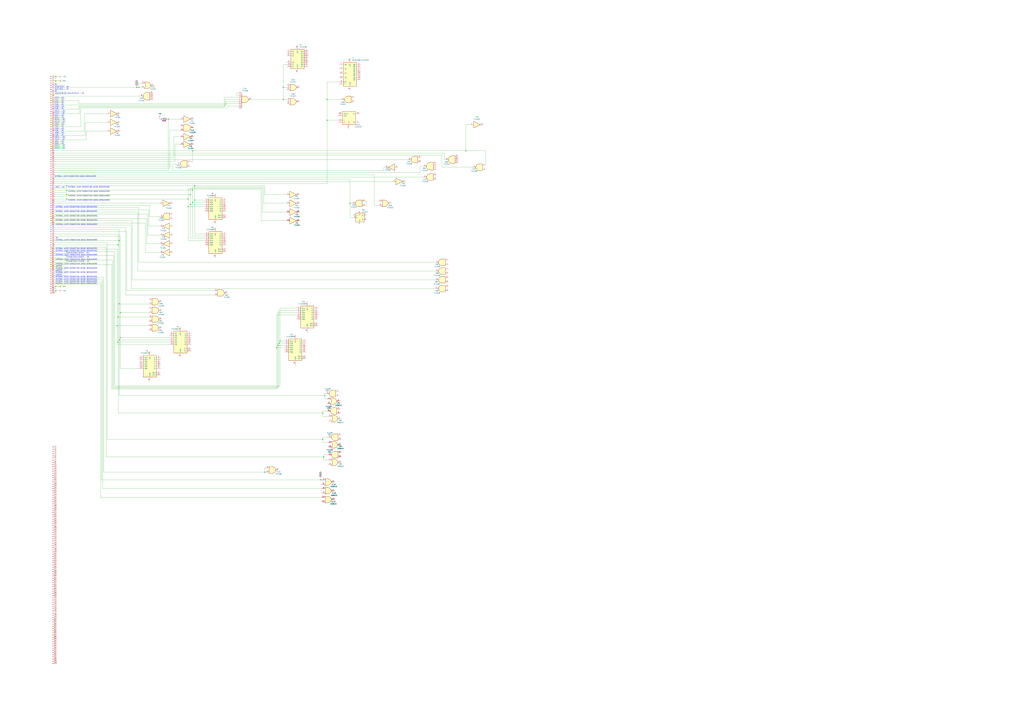
<source format=kicad_sch>
(kicad_sch (version 20231120) (generator "eeschema") (generator_version "8.0")
  (paper "A0")
  (lib_symbols
    (symbol "74xx:74LS00" (pin_names (offset 1.016))
      (property "Reference" "U" (at 0 1.27 0))
      (property "Value" "74LS00" (at 0 -1.27 0))
      (symbol "74LS00_1_1"
        (pin input line (at -7.62 2.54 0) (length 3.81) (name "~") (number "1"))
        (pin input line (at -7.62 -2.54 0) (length 3.81) (name "~") (number "2"))
        (pin output inverted (at 7.62 0 180) (length 3.81) (name "~") (number "3"))
      )
      (symbol "74LS00_1_2"
        (pin input inverted (at -7.62 2.54 0) (length 4.318) (name "~") (number "1"))
        (pin input inverted (at -7.62 -2.54 0) (length 4.318) (name "~") (number "2"))
        (pin output line (at 7.62 0 180) (length 3.81) (name "~") (number "3"))
      )
      (symbol "74LS00_2_1"
        (pin input line (at -7.62 2.54 0) (length 3.81) (name "~") (number "4"))
        (pin input line (at -7.62 -2.54 0) (length 3.81) (name "~") (number "5"))
        (pin output inverted (at 7.62 0 180) (length 3.81) (name "~") (number "6"))
      )
      (symbol "74LS00_2_2"
        (pin input inverted (at -7.62 2.54 0) (length 4.318) (name "~") (number "4"))
        (pin input inverted (at -7.62 -2.54 0) (length 4.318) (name "~") (number "5"))
        (pin output line (at 7.62 0 180) (length 3.81) (name "~") (number "6"))
      )
      (symbol "74LS00_3_1"
        (pin input line (at -7.62 -2.54 0) (length 3.81) (name "~") (number "10"))
        (pin output inverted (at 7.62 0 180) (length 3.81) (name "~") (number "8"))
        (pin input line (at -7.62 2.54 0) (length 3.81) (name "~") (number "9"))
      )
      (symbol "74LS00_3_2"
        (pin input inverted (at -7.62 -2.54 0) (length 4.318) (name "~") (number "10"))
        (pin output line (at 7.62 0 180) (length 3.81) (name "~") (number "8"))
        (pin input inverted (at -7.62 2.54 0) (length 4.318) (name "~") (number "9"))
      )
      (symbol "74LS00_4_1"
        (pin output inverted (at 7.62 0 180) (length 3.81) (name "~") (number "11"))
        (pin input line (at -7.62 2.54 0) (length 3.81) (name "~") (number "12"))
        (pin input line (at -7.62 -2.54 0) (length 3.81) (name "~") (number "13"))
      )
      (symbol "74LS00_4_2"
        (pin output line (at 7.62 0 180) (length 3.81) (name "~") (number "11"))
        (pin input inverted (at -7.62 2.54 0) (length 4.318) (name "~") (number "12"))
        (pin input inverted (at -7.62 -2.54 0) (length 4.318) (name "~") (number "13"))
      )
      (symbol "74LS00_5_0"
        (pin power_in line (at 0 12.7 270) (length 5.08) (name "VCC") (number "14"))
        (pin power_in line (at 0 -12.7 90) (length 5.08) (name "GND") (number "7"))
      )
    )
    (symbol "74xx:74LS02" (pin_names (offset 1.016))
      (property "Reference" "U" (at 0 1.27 0))
      (property "Value" "74LS02" (at 0 -1.27 0))
      (symbol "74LS02_1_1"
        (pin output inverted (at 7.62 0 180) (length 3.81) (name "~") (number "1"))
        (pin input line (at -7.62 2.54 0) (length 4.318) (name "~") (number "2"))
        (pin input line (at -7.62 -2.54 0) (length 4.318) (name "~") (number "3"))
      )
      (symbol "74LS02_1_2"
        (pin output line (at 7.62 0 180) (length 3.81) (name "~") (number "1"))
        (pin input inverted (at -7.62 2.54 0) (length 3.81) (name "~") (number "2"))
        (pin input inverted (at -7.62 -2.54 0) (length 3.81) (name "~") (number "3"))
      )
      (symbol "74LS02_2_1"
        (pin output inverted (at 7.62 0 180) (length 3.81) (name "~") (number "4"))
        (pin input line (at -7.62 2.54 0) (length 4.318) (name "~") (number "5"))
        (pin input line (at -7.62 -2.54 0) (length 4.318) (name "~") (number "6"))
      )
      (symbol "74LS02_2_2"
        (pin output line (at 7.62 0 180) (length 3.81) (name "~") (number "4"))
        (pin input inverted (at -7.62 2.54 0) (length 3.81) (name "~") (number "5"))
        (pin input inverted (at -7.62 -2.54 0) (length 3.81) (name "~") (number "6"))
      )
      (symbol "74LS02_3_1"
        (pin output inverted (at 7.62 0 180) (length 3.81) (name "~") (number "10"))
        (pin input line (at -7.62 2.54 0) (length 4.318) (name "~") (number "8"))
        (pin input line (at -7.62 -2.54 0) (length 4.318) (name "~") (number "9"))
      )
      (symbol "74LS02_3_2"
        (pin output line (at 7.62 0 180) (length 3.81) (name "~") (number "10"))
        (pin input inverted (at -7.62 2.54 0) (length 3.81) (name "~") (number "8"))
        (pin input inverted (at -7.62 -2.54 0) (length 3.81) (name "~") (number "9"))
      )
      (symbol "74LS02_4_1"
        (pin input line (at -7.62 2.54 0) (length 4.318) (name "~") (number "11"))
        (pin input line (at -7.62 -2.54 0) (length 4.318) (name "~") (number "12"))
        (pin output inverted (at 7.62 0 180) (length 3.81) (name "~") (number "13"))
      )
      (symbol "74LS02_4_2"
        (pin input inverted (at -7.62 2.54 0) (length 3.81) (name "~") (number "11"))
        (pin input inverted (at -7.62 -2.54 0) (length 3.81) (name "~") (number "12"))
        (pin output line (at 7.62 0 180) (length 3.81) (name "~") (number "13"))
      )
      (symbol "74LS02_5_0"
        (pin power_in line (at 0 12.7 270) (length 5.08) (name "VCC") (number "14"))
        (pin power_in line (at 0 -12.7 90) (length 5.08) (name "GND") (number "7"))
      )
    )
    (symbol "74xx:74LS04"
      (property "Reference" "U" (at 0 1.27 0))
      (property "Value" "74LS04" (at 0 -1.27 0))
      (symbol "74LS04_1_0"
        (pin input line (at -7.62 0 0) (length 3.81) (name "~") (number "1"))
        (pin output inverted (at 7.62 0 180) (length 3.81) (name "~") (number "2"))
      )
      (symbol "74LS04_2_0"
        (pin input line (at -7.62 0 0) (length 3.81) (name "~") (number "3"))
        (pin output inverted (at 7.62 0 180) (length 3.81) (name "~") (number "4"))
      )
      (symbol "74LS04_3_0"
        (pin input line (at -7.62 0 0) (length 3.81) (name "~") (number "5"))
        (pin output inverted (at 7.62 0 180) (length 3.81) (name "~") (number "6"))
      )
      (symbol "74LS04_4_0"
        (pin output inverted (at 7.62 0 180) (length 3.81) (name "~") (number "8"))
        (pin input line (at -7.62 0 0) (length 3.81) (name "~") (number "9"))
      )
      (symbol "74LS04_5_0"
        (pin output inverted (at 7.62 0 180) (length 3.81) (name "~") (number "10"))
        (pin input line (at -7.62 0 0) (length 3.81) (name "~") (number "11"))
      )
      (symbol "74LS04_6_0"
        (pin output inverted (at 7.62 0 180) (length 3.81) (name "~") (number "12"))
        (pin input line (at -7.62 0 0) (length 3.81) (name "~") (number "13"))
      )
      (symbol "74LS04_7_0"
        (pin power_in line (at 0 12.7 270) (length 5.08) (name "VCC") (number "14"))
        (pin power_in line (at 0 -12.7 90) (length 5.08) (name "GND") (number "7"))
      )
    )
    (symbol "74xx:74LS08" (pin_names (offset 1.016))
      (property "Reference" "U" (at 0 1.27 0))
      (property "Value" "74LS08" (at 0 -1.27 0))
      (symbol "74LS08_1_1"
        (pin input line (at -7.62 2.54 0) (length 3.81) (name "~") (number "1"))
        (pin input line (at -7.62 -2.54 0) (length 3.81) (name "~") (number "2"))
        (pin output line (at 7.62 0 180) (length 3.81) (name "~") (number "3"))
      )
      (symbol "74LS08_1_2"
        (pin input inverted (at -7.62 2.54 0) (length 4.318) (name "~") (number "1"))
        (pin input inverted (at -7.62 -2.54 0) (length 4.318) (name "~") (number "2"))
        (pin output inverted (at 7.62 0 180) (length 3.81) (name "~") (number "3"))
      )
      (symbol "74LS08_2_1"
        (pin input line (at -7.62 2.54 0) (length 3.81) (name "~") (number "4"))
        (pin input line (at -7.62 -2.54 0) (length 3.81) (name "~") (number "5"))
        (pin output line (at 7.62 0 180) (length 3.81) (name "~") (number "6"))
      )
      (symbol "74LS08_2_2"
        (pin input inverted (at -7.62 2.54 0) (length 4.318) (name "~") (number "4"))
        (pin input inverted (at -7.62 -2.54 0) (length 4.318) (name "~") (number "5"))
        (pin output inverted (at 7.62 0 180) (length 3.81) (name "~") (number "6"))
      )
      (symbol "74LS08_3_1"
        (pin input line (at -7.62 -2.54 0) (length 3.81) (name "~") (number "10"))
        (pin output line (at 7.62 0 180) (length 3.81) (name "~") (number "8"))
        (pin input line (at -7.62 2.54 0) (length 3.81) (name "~") (number "9"))
      )
      (symbol "74LS08_3_2"
        (pin input inverted (at -7.62 -2.54 0) (length 4.318) (name "~") (number "10"))
        (pin output inverted (at 7.62 0 180) (length 3.81) (name "~") (number "8"))
        (pin input inverted (at -7.62 2.54 0) (length 4.318) (name "~") (number "9"))
      )
      (symbol "74LS08_4_1"
        (pin output line (at 7.62 0 180) (length 3.81) (name "~") (number "11"))
        (pin input line (at -7.62 2.54 0) (length 3.81) (name "~") (number "12"))
        (pin input line (at -7.62 -2.54 0) (length 3.81) (name "~") (number "13"))
      )
      (symbol "74LS08_4_2"
        (pin output inverted (at 7.62 0 180) (length 3.81) (name "~") (number "11"))
        (pin input inverted (at -7.62 2.54 0) (length 4.318) (name "~") (number "12"))
        (pin input inverted (at -7.62 -2.54 0) (length 4.318) (name "~") (number "13"))
      )
      (symbol "74LS08_5_0"
        (pin power_in line (at 0 12.7 270) (length 5.08) (name "VCC") (number "14"))
        (pin power_in line (at 0 -12.7 90) (length 5.08) (name "GND") (number "7"))
      )
    )
    (symbol "74xx:74LS123" (pin_names (offset 1.016))
      (property "Reference" "U" (at -7.62 8.89 0))
      (property "Value" "74LS123" (at -7.62 -8.89 0))
      (symbol "74LS123_1_0"
        (pin input inverted (at -12.7 -2.54 0) (length 5.08) (name "A") (number "1"))
        (pin output line (at 12.7 5.08 180) (length 5.08) (name "Q") (number "13"))
        (pin input line (at -12.7 2.54 0) (length 5.08) (name "Cext") (number "14"))
        (pin input line (at -12.7 5.08 0) (length 5.08) (name "RCext") (number "15"))
        (pin input line (at -12.7 -5.08 0) (length 5.08) (name "B") (number "2"))
        (pin input inverted (at 0 -12.7 90) (length 5.08) (name "Clr") (number "3"))
        (pin output line (at 12.7 -5.08 180) (length 5.08) (name "~{Q}") (number "4"))
      )
      (symbol "74LS123_2_0"
        (pin input line (at -12.7 -5.08 0) (length 5.08) (name "B") (number "10"))
        (pin input inverted (at 0 -12.7 90) (length 5.08) (name "Clr") (number "11"))
        (pin output line (at 12.7 -5.08 180) (length 5.08) (name "~{Q}") (number "12"))
        (pin output line (at 12.7 5.08 180) (length 5.08) (name "Q") (number "5"))
        (pin input line (at -12.7 2.54 0) (length 5.08) (name "Cext") (number "6"))
        (pin input line (at -12.7 5.08 0) (length 5.08) (name "RCext") (number "7"))
        (pin input inverted (at -12.7 -2.54 0) (length 5.08) (name "A") (number "9"))
      )
      (symbol "74LS123_3_0"
        (pin power_in line (at 0 12.7 270) (length 5.08) (name "VCC") (number "16"))
        (pin power_in line (at 0 -12.7 90) (length 5.08) (name "GND") (number "8"))
      )
    )
    (symbol "74xx:74LS138" (pin_names (offset 1.016))
      (property "Reference" "U" (at -7.62 11.43 0))
      (property "Value" "74LS138" (at -7.62 -13.97 0))
      (symbol "74LS138_1_0"
        (pin input line (at -12.7 7.62 0) (length 5.08) (name "A0") (number "1"))
        (pin output output_low (at 12.7 -5.08 180) (length 5.08) (name "O5") (number "10"))
        (pin output output_low (at 12.7 -2.54 180) (length 5.08) (name "O4") (number "11"))
        (pin output output_low (at 12.7 0 180) (length 5.08) (name "O3") (number "12"))
        (pin output output_low (at 12.7 2.54 180) (length 5.08) (name "O2") (number "13"))
        (pin output output_low (at 12.7 5.08 180) (length 5.08) (name "O1") (number "14"))
        (pin output output_low (at 12.7 7.62 180) (length 5.08) (name "O0") (number "15"))
        (pin power_in line (at 0 15.24 270) (length 5.08) (name "VCC") (number "16"))
        (pin input line (at -12.7 5.08 0) (length 5.08) (name "A1") (number "2"))
        (pin input line (at -12.7 2.54 0) (length 5.08) (name "A2") (number "3"))
        (pin input input_low (at -12.7 -10.16 0) (length 5.08) (name "E1") (number "4"))
        (pin input input_low (at -12.7 -7.62 0) (length 5.08) (name "E2") (number "5"))
        (pin input line (at -12.7 -5.08 0) (length 5.08) (name "E3") (number "6"))
        (pin output output_low (at 12.7 -10.16 180) (length 5.08) (name "O7") (number "7"))
        (pin power_in line (at 0 -17.78 90) (length 5.08) (name "GND") (number "8"))
        (pin output output_low (at 12.7 -7.62 180) (length 5.08) (name "O6") (number "9"))
      )
    )
    (symbol "74xx:74LS22" (pin_names (offset 1.016))
      (property "Reference" "U" (at 0 1.27 0))
      (property "Value" "74LS22" (at 0 -1.27 0))
      (symbol "74LS22_1_1"
        (pin input line (at -7.62 3.81 0) (length 3.81) (name "~") (number "1"))
        (pin input line (at -7.62 1.27 0) (length 3.81) (name "~") (number "2"))
        (pin input line (at -7.62 -1.27 0) (length 3.81) (name "~") (number "4"))
        (pin input line (at -7.62 -3.81 0) (length 3.81) (name "~") (number "5"))
        (pin output inverted (at 7.62 0 180) (length 3.81) (name "~") (number "6"))
      )
      (symbol "74LS22_1_2"
        (pin input inverted (at -7.62 3.81 0) (length 3.81) (name "~") (number "1"))
        (pin input inverted (at -7.62 1.27 0) (length 4.826) (name "~") (number "2"))
        (pin input inverted (at -7.62 -1.27 0) (length 4.826) (name "~") (number "4"))
        (pin input inverted (at -7.62 -3.81 0) (length 3.81) (name "~") (number "5"))
        (pin output line (at 7.62 0 180) (length 3.81) (name "~") (number "6"))
      )
      (symbol "74LS22_2_1"
        (pin input line (at -7.62 1.27 0) (length 3.81) (name "~") (number "10"))
        (pin input line (at -7.62 -1.27 0) (length 3.81) (name "~") (number "12"))
        (pin input line (at -7.62 -3.81 0) (length 3.81) (name "~") (number "13"))
        (pin output inverted (at 7.62 0 180) (length 3.81) (name "~") (number "8"))
        (pin input line (at -7.62 3.81 0) (length 3.81) (name "~") (number "9"))
      )
      (symbol "74LS22_2_2"
        (pin input inverted (at -7.62 1.27 0) (length 4.826) (name "~") (number "10"))
        (pin input inverted (at -7.62 -1.27 0) (length 4.826) (name "~") (number "12"))
        (pin input inverted (at -7.62 -3.81 0) (length 3.81) (name "~") (number "13"))
        (pin output line (at 7.62 0 180) (length 3.81) (name "~") (number "8"))
        (pin input inverted (at -7.62 3.81 0) (length 3.81) (name "~") (number "9"))
      )
      (symbol "74LS22_3_0"
        (pin power_in line (at 0 12.7 270) (length 5.08) (name "VCC") (number "14"))
        (pin power_in line (at 0 -12.7 90) (length 5.08) (name "GND") (number "7"))
      )
    )
    (symbol "74xx:74LS27" (pin_names (offset 1.016))
      (property "Reference" "U" (at 0 1.27 0))
      (property "Value" "74LS27" (at 0 -1.27 0))
      (symbol "74LS27_1_1"
        (pin input line (at -7.62 2.54 0) (length 4.318) (name "~") (number "1"))
        (pin output inverted (at 7.62 0 180) (length 3.81) (name "~") (number "12"))
        (pin input line (at -7.62 -2.54 0) (length 4.318) (name "~") (number "13"))
        (pin input line (at -7.62 0 0) (length 4.953) (name "~") (number "2"))
      )
      (symbol "74LS27_1_2"
        (pin input inverted (at -7.62 2.54 0) (length 3.81) (name "~") (number "1"))
        (pin output line (at 7.62 0 180) (length 3.81) (name "~") (number "12"))
        (pin input inverted (at -7.62 -2.54 0) (length 3.81) (name "~") (number "13"))
        (pin input inverted (at -7.62 0 0) (length 3.81) (name "~") (number "2"))
      )
      (symbol "74LS27_2_1"
        (pin input line (at -7.62 2.54 0) (length 4.318) (name "~") (number "3"))
        (pin input line (at -7.62 0 0) (length 4.953) (name "~") (number "4"))
        (pin input line (at -7.62 -2.54 0) (length 4.318) (name "~") (number "5"))
        (pin output inverted (at 7.62 0 180) (length 3.81) (name "~") (number "6"))
      )
      (symbol "74LS27_2_2"
        (pin input inverted (at -7.62 2.54 0) (length 3.81) (name "~") (number "3"))
        (pin input inverted (at -7.62 0 0) (length 3.81) (name "~") (number "4"))
        (pin input inverted (at -7.62 -2.54 0) (length 3.81) (name "~") (number "5"))
        (pin output line (at 7.62 0 180) (length 3.81) (name "~") (number "6"))
      )
      (symbol "74LS27_3_1"
        (pin input line (at -7.62 0 0) (length 4.953) (name "~") (number "10"))
        (pin input line (at -7.62 -2.54 0) (length 4.318) (name "~") (number "11"))
        (pin output inverted (at 7.62 0 180) (length 3.81) (name "~") (number "8"))
        (pin input line (at -7.62 2.54 0) (length 4.318) (name "~") (number "9"))
      )
      (symbol "74LS27_3_2"
        (pin input inverted (at -7.62 0 0) (length 3.81) (name "~") (number "10"))
        (pin input inverted (at -7.62 -2.54 0) (length 3.81) (name "~") (number "11"))
        (pin output line (at 7.62 0 180) (length 3.81) (name "~") (number "8"))
        (pin input inverted (at -7.62 2.54 0) (length 3.81) (name "~") (number "9"))
      )
      (symbol "74LS27_4_0"
        (pin power_in line (at 0 12.7 270) (length 5.08) (name "VCC") (number "14"))
        (pin power_in line (at 0 -12.7 90) (length 5.08) (name "GND") (number "7"))
      )
    )
    (symbol "74xx:74LS30" (pin_names (offset 1.016))
      (property "Reference" "U" (at 0 1.27 0))
      (property "Value" "74LS30" (at 0 -1.27 0))
      (symbol "74LS30_1_1"
        (pin input line (at -7.62 7.62 0) (length 3.81) (name "~") (number "1"))
        (pin input line (at -7.62 -7.62 0) (length 3.81) (name "~") (number "11"))
        (pin input line (at -7.62 -10.16 0) (length 3.81) (name "~") (number "12"))
        (pin input line (at -7.62 5.08 0) (length 3.81) (name "~") (number "2"))
        (pin input line (at -7.62 2.54 0) (length 3.81) (name "~") (number "3"))
        (pin input line (at -7.62 0 0) (length 3.81) (name "~") (number "4"))
        (pin input line (at -7.62 -2.54 0) (length 3.81) (name "~") (number "5"))
        (pin input line (at -7.62 -5.08 0) (length 3.81) (name "~") (number "6"))
        (pin output inverted (at 7.62 0 180) (length 3.81) (name "~") (number "8"))
      )
      (symbol "74LS30_1_2"
        (pin input inverted (at -7.62 7.62 0) (length 3.81) (name "~") (number "1"))
        (pin input inverted (at -7.62 -7.62 0) (length 3.81) (name "~") (number "11"))
        (pin input inverted (at -7.62 -10.16 0) (length 3.81) (name "~") (number "12"))
        (pin input inverted (at -7.62 5.08 0) (length 3.81) (name "~") (number "2"))
        (pin input inverted (at -7.62 2.54 0) (length 4.5466) (name "~") (number "3"))
        (pin input inverted (at -7.62 0 0) (length 5.08) (name "~") (number "4"))
        (pin input inverted (at -7.62 -2.54 0) (length 4.5466) (name "~") (number "5"))
        (pin input inverted (at -7.62 -5.08 0) (length 3.81) (name "~") (number "6"))
        (pin output line (at 7.62 0 180) (length 3.81) (name "~") (number "8"))
      )
      (symbol "74LS30_2_0"
        (pin power_in line (at 0 12.7 270) (length 5.08) (name "VCC") (number "14"))
        (pin power_in line (at 0 -12.7 90) (length 5.08) (name "GND") (number "7"))
      )
    )
    (symbol "74xx:74LS365" (pin_names (offset 1.016))
      (property "Reference" "U" (at -7.62 13.97 0))
      (property "Value" "74LS365" (at -7.62 -13.97 0))
      (symbol "74LS365_1_0"
        (pin input inverted (at -12.7 -7.62 0) (length 5.08) (name "E1") (number "1"))
        (pin input line (at -12.7 2.54 0) (length 5.08) (name "I4") (number "10"))
        (pin tri_state line (at 12.7 0 180) (length 5.08) (name "O5") (number "11"))
        (pin input line (at -12.7 0 0) (length 5.08) (name "I5") (number "12"))
        (pin tri_state line (at 12.7 -2.54 180) (length 5.08) (name "O6") (number "13"))
        (pin input line (at -12.7 -2.54 0) (length 5.08) (name "I6") (number "14"))
        (pin input inverted (at -12.7 -10.16 0) (length 5.08) (name "E2") (number "15"))
        (pin power_in line (at 0 17.78 270) (length 5.08) (name "VCC") (number "16"))
        (pin input line (at -12.7 10.16 0) (length 5.08) (name "I1") (number "2"))
        (pin tri_state line (at 12.7 10.16 180) (length 5.08) (name "O1") (number "3"))
        (pin input line (at -12.7 7.62 0) (length 5.08) (name "I2") (number "4"))
        (pin tri_state line (at 12.7 7.62 180) (length 5.08) (name "O2") (number "5"))
        (pin input line (at -12.7 5.08 0) (length 5.08) (name "I3") (number "6"))
        (pin tri_state line (at 12.7 5.08 180) (length 5.08) (name "O3") (number "7"))
        (pin power_in line (at 0 -17.78 90) (length 5.08) (name "GND") (number "8"))
        (pin tri_state line (at 12.7 2.54 180) (length 5.08) (name "O4") (number "9"))
      )
    )
    (symbol "74xx:74LS367" (pin_names (offset 1.016))
      (property "Reference" "U" (at -7.62 13.97 0))
      (property "Value" "74LS367" (at -7.62 -13.97 0))
      (symbol "74LS367_1_0"
        (pin input inverted (at -12.7 -7.62 0) (length 5.08) (name "OEa") (number "1"))
        (pin input line (at -12.7 2.54 0) (length 5.08) (name "I4") (number "10"))
        (pin tri_state line (at 12.7 0 180) (length 5.08) (name "O5b") (number "11"))
        (pin input line (at -12.7 0 0) (length 5.08) (name "I5") (number "12"))
        (pin tri_state line (at 12.7 -2.54 180) (length 5.08) (name "O6b") (number "13"))
        (pin input line (at -12.7 -2.54 0) (length 5.08) (name "I6") (number "14"))
        (pin input inverted (at -12.7 -10.16 0) (length 5.08) (name "OEb") (number "15"))
        (pin power_in line (at 0 17.78 270) (length 5.08) (name "VCC") (number "16"))
        (pin input line (at -12.7 10.16 0) (length 5.08) (name "I1") (number "2"))
        (pin tri_state line (at 12.7 10.16 180) (length 5.08) (name "O1a") (number "3"))
        (pin input line (at -12.7 7.62 0) (length 5.08) (name "I2") (number "4"))
        (pin tri_state line (at 12.7 7.62 180) (length 5.08) (name "O2a") (number "5"))
        (pin input line (at -12.7 5.08 0) (length 5.08) (name "I3") (number "6"))
        (pin tri_state line (at 12.7 5.08 180) (length 5.08) (name "O3a") (number "7"))
        (pin power_in line (at 0 -17.78 90) (length 5.08) (name "GND") (number "8"))
        (pin tri_state line (at 12.7 2.54 180) (length 5.08) (name "O4a") (number "9"))
      )
    )
    (symbol "74xx:74LS368" (pin_names (offset 1.016))
      (property "Reference" "U" (at -7.62 13.97 0))
      (property "Value" "74LS368" (at -7.62 -13.97 0))
      (symbol "74LS368_1_0"
        (pin input inverted (at -12.7 -7.62 0) (length 5.08) (name "OEa") (number "1"))
        (pin input line (at -12.7 2.54 0) (length 5.08) (name "I4") (number "10"))
        (pin tri_state inverted (at 12.7 0 180) (length 5.08) (name "O5b") (number "11"))
        (pin input line (at -12.7 0 0) (length 5.08) (name "I5") (number "12"))
        (pin tri_state inverted (at 12.7 -2.54 180) (length 5.08) (name "O6b") (number "13"))
        (pin input line (at -12.7 -2.54 0) (length 5.08) (name "I6") (number "14"))
        (pin input inverted (at -12.7 -10.16 0) (length 5.08) (name "OEb") (number "15"))
        (pin power_in line (at 0 17.78 270) (length 5.08) (name "VCC") (number "16"))
        (pin input line (at -12.7 10.16 0) (length 5.08) (name "I1") (number "2"))
        (pin tri_state inverted (at 12.7 10.16 180) (length 5.08) (name "O1a") (number "3"))
        (pin input line (at -12.7 7.62 0) (length 5.08) (name "I2") (number "4"))
        (pin tri_state inverted (at 12.7 7.62 180) (length 5.08) (name "O2a") (number "5"))
        (pin input line (at -12.7 5.08 0) (length 5.08) (name "I3") (number "6"))
        (pin tri_state inverted (at 12.7 5.08 180) (length 5.08) (name "O3a") (number "7"))
        (pin power_in line (at 0 -17.78 90) (length 5.08) (name "GND") (number "8"))
        (pin tri_state inverted (at 12.7 2.54 180) (length 5.08) (name "O4a") (number "9"))
      )
    )
    (symbol "74xx:74LS37" (pin_names (offset 1.016))
      (property "Reference" "U" (at 0 1.27 0))
      (property "Value" "74LS37" (at 0 -1.27 0))
      (symbol "74LS37_1_1"
        (pin input line (at -7.62 2.54 0) (length 3.81) (name "~") (number "1"))
        (pin input line (at -7.62 -2.54 0) (length 3.81) (name "~") (number "2"))
        (pin output inverted (at 7.62 0 180) (length 3.81) (name "~") (number "3"))
      )
      (symbol "74LS37_1_2"
        (pin input inverted (at -7.62 2.54 0) (length 4.318) (name "~") (number "1"))
        (pin input inverted (at -7.62 -2.54 0) (length 4.318) (name "~") (number "2"))
        (pin output line (at 7.62 0 180) (length 3.81) (name "~") (number "3"))
      )
      (symbol "74LS37_2_1"
        (pin input line (at -7.62 2.54 0) (length 3.81) (name "~") (number "4"))
        (pin input line (at -7.62 -2.54 0) (length 3.81) (name "~") (number "5"))
        (pin output inverted (at 7.62 0 180) (length 3.81) (name "~") (number "6"))
      )
      (symbol "74LS37_2_2"
        (pin input inverted (at -7.62 2.54 0) (length 4.318) (name "~") (number "4"))
        (pin input inverted (at -7.62 -2.54 0) (length 4.318) (name "~") (number "5"))
        (pin output line (at 7.62 0 180) (length 3.81) (name "~") (number "6"))
      )
      (symbol "74LS37_3_1"
        (pin input line (at -7.62 -2.54 0) (length 3.81) (name "~") (number "10"))
        (pin output inverted (at 7.62 0 180) (length 3.81) (name "~") (number "8"))
        (pin input line (at -7.62 2.54 0) (length 3.81) (name "~") (number "9"))
      )
      (symbol "74LS37_3_2"
        (pin input inverted (at -7.62 -2.54 0) (length 4.318) (name "~") (number "10"))
        (pin output line (at 7.62 0 180) (length 3.81) (name "~") (number "8"))
        (pin input inverted (at -7.62 2.54 0) (length 4.318) (name "~") (number "9"))
      )
      (symbol "74LS37_4_1"
        (pin output inverted (at 7.62 0 180) (length 3.81) (name "~") (number "11"))
        (pin input line (at -7.62 2.54 0) (length 3.81) (name "~") (number "12"))
        (pin input line (at -7.62 -2.54 0) (length 3.81) (name "~") (number "13"))
      )
      (symbol "74LS37_4_2"
        (pin output line (at 7.62 0 180) (length 3.81) (name "~") (number "11"))
        (pin input inverted (at -7.62 2.54 0) (length 4.318) (name "~") (number "12"))
        (pin input inverted (at -7.62 -2.54 0) (length 4.318) (name "~") (number "13"))
      )
      (symbol "74LS37_5_0"
        (pin power_in line (at 0 12.7 270) (length 5.08) (name "VCC") (number "14"))
        (pin power_in line (at 0 -12.7 90) (length 5.08) (name "GND") (number "7"))
      )
    )
    (symbol "74xx:74LS379" (pin_names (offset 1.016))
      (property "Reference" "U" (at -7.62 13.97 0))
      (property "Value" "74LS379" (at -7.62 -16.51 0))
      (symbol "74LS379_1_0"
        (pin input line (at -12.7 -12.7 0) (length 5.08) (name "~{E}") (number "1"))
        (pin output line (at 12.7 0 180) (length 5.08) (name "Q2") (number "10"))
        (pin output line (at 12.7 -2.54 180) (length 5.08) (name "~{Q2}") (number "11"))
        (pin input line (at -12.7 0 0) (length 5.08) (name "D2") (number "12"))
        (pin input line (at -12.7 -5.08 0) (length 5.08) (name "D3") (number "13"))
        (pin output line (at 12.7 -7.62 180) (length 5.08) (name "~{Q3}") (number "14"))
        (pin output line (at 12.7 -5.08 180) (length 5.08) (name "Q3") (number "15"))
        (pin power_in line (at 0 17.78 270) (length 5.08) (name "VCC") (number "16"))
        (pin output line (at 12.7 10.16 180) (length 5.08) (name "Q0") (number "2"))
        (pin output line (at 12.7 7.62 180) (length 5.08) (name "~{Q0}") (number "3"))
        (pin input line (at -12.7 10.16 0) (length 5.08) (name "D0") (number "4"))
        (pin input line (at -12.7 5.08 0) (length 5.08) (name "D1") (number "5"))
        (pin output line (at 12.7 2.54 180) (length 5.08) (name "~{Q1}") (number "6"))
        (pin output line (at 12.7 5.08 180) (length 5.08) (name "Q1") (number "7"))
        (pin power_in line (at 0 -20.32 90) (length 5.08) (name "GND") (number "8"))
        (pin input clock (at -12.7 -10.16 0) (length 5.08) (name "CP") (number "9"))
      )
    )
    (symbol "74xx:74LS38" (pin_names (offset 1.016))
      (property "Reference" "U" (at 0 1.27 0))
      (property "Value" "74LS38" (at 0 -1.27 0))
      (symbol "74LS38_1_1"
        (pin input line (at -7.62 2.54 0) (length 3.81) (name "~") (number "1"))
        (pin input line (at -7.62 -2.54 0) (length 3.81) (name "~") (number "2"))
        (pin open_collector inverted (at 7.62 0 180) (length 3.81) (name "~") (number "3"))
      )
      (symbol "74LS38_1_2"
        (pin input inverted (at -7.62 2.54 0) (length 4.318) (name "~") (number "1"))
        (pin input inverted (at -7.62 -2.54 0) (length 4.318) (name "~") (number "2"))
        (pin open_collector line (at 7.62 0 180) (length 3.81) (name "~") (number "3"))
      )
      (symbol "74LS38_2_1"
        (pin input line (at -7.62 2.54 0) (length 3.81) (name "~") (number "4"))
        (pin input line (at -7.62 -2.54 0) (length 3.81) (name "~") (number "5"))
        (pin open_collector inverted (at 7.62 0 180) (length 3.81) (name "~") (number "6"))
      )
      (symbol "74LS38_2_2"
        (pin input inverted (at -7.62 2.54 0) (length 4.318) (name "~") (number "4"))
        (pin input inverted (at -7.62 -2.54 0) (length 4.318) (name "~") (number "5"))
        (pin open_collector line (at 7.62 0 180) (length 3.81) (name "~") (number "6"))
      )
      (symbol "74LS38_3_1"
        (pin input line (at -7.62 -2.54 0) (length 3.81) (name "~") (number "10"))
        (pin open_collector inverted (at 7.62 0 180) (length 3.81) (name "~") (number "8"))
        (pin input line (at -7.62 2.54 0) (length 3.81) (name "~") (number "9"))
      )
      (symbol "74LS38_3_2"
        (pin input inverted (at -7.62 -2.54 0) (length 4.318) (name "~") (number "10"))
        (pin open_collector line (at 7.62 0 180) (length 3.81) (name "~") (number "8"))
        (pin input inverted (at -7.62 2.54 0) (length 4.318) (name "~") (number "9"))
      )
      (symbol "74LS38_4_1"
        (pin open_collector inverted (at 7.62 0 180) (length 3.81) (name "~") (number "11"))
        (pin input line (at -7.62 2.54 0) (length 3.81) (name "~") (number "12"))
        (pin input line (at -7.62 -2.54 0) (length 3.81) (name "~") (number "13"))
      )
      (symbol "74LS38_4_2"
        (pin open_collector line (at 7.62 0 180) (length 3.81) (name "~") (number "11"))
        (pin input inverted (at -7.62 2.54 0) (length 4.318) (name "~") (number "12"))
        (pin input inverted (at -7.62 -2.54 0) (length 4.318) (name "~") (number "13"))
      )
      (symbol "74LS38_5_0"
        (pin power_in line (at 0 12.7 270) (length 5.08) (name "VCC") (number "14"))
        (pin power_in line (at 0 -12.7 90) (length 5.08) (name "GND") (number "7"))
      )
    )
    (symbol "74xx:74LS40" (pin_names (offset 1.016))
      (property "Reference" "U" (at 0 1.27 0))
      (property "Value" "74LS40" (at 0 -1.27 0))
      (symbol "74LS40_1_1"
        (pin input line (at -7.62 3.81 0) (length 3.81) (name "~") (number "1"))
        (pin input line (at -7.62 1.27 0) (length 3.81) (name "~") (number "2"))
        (pin input line (at -7.62 -1.27 0) (length 3.81) (name "~") (number "4"))
        (pin input line (at -7.62 -3.81 0) (length 3.81) (name "~") (number "5"))
        (pin output inverted (at 7.62 0 180) (length 3.81) (name "~") (number "6"))
      )
      (symbol "74LS40_1_2"
        (pin input inverted (at -7.62 3.81 0) (length 3.81) (name "~") (number "1"))
        (pin input inverted (at -7.62 1.27 0) (length 4.826) (name "~") (number "2"))
        (pin input inverted (at -7.62 -1.27 0) (length 4.826) (name "~") (number "4"))
        (pin input inverted (at -7.62 -3.81 0) (length 3.81) (name "~") (number "5"))
        (pin output line (at 7.62 0 180) (length 3.81) (name "~") (number "6"))
      )
      (symbol "74LS40_2_1"
        (pin input line (at -7.62 1.27 0) (length 3.81) (name "~") (number "10"))
        (pin input line (at -7.62 -1.27 0) (length 3.81) (name "~") (number "12"))
        (pin input line (at -7.62 -3.81 0) (length 3.81) (name "~") (number "13"))
        (pin output inverted (at 7.62 0 180) (length 3.81) (name "~") (number "8"))
        (pin input line (at -7.62 3.81 0) (length 3.81) (name "~") (number "9"))
      )
      (symbol "74LS40_2_2"
        (pin input inverted (at -7.62 1.27 0) (length 4.826) (name "~") (number "10"))
        (pin input inverted (at -7.62 -1.27 0) (length 4.826) (name "~") (number "12"))
        (pin input inverted (at -7.62 -3.81 0) (length 3.81) (name "~") (number "13"))
        (pin output line (at 7.62 0 180) (length 3.81) (name "~") (number "8"))
        (pin input inverted (at -7.62 3.81 0) (length 3.81) (name "~") (number "9"))
      )
      (symbol "74LS40_3_0"
        (pin power_in line (at 0 12.7 270) (length 5.08) (name "VCC") (number "14"))
        (pin power_in line (at 0 -12.7 90) (length 5.08) (name "GND") (number "7"))
      )
    )
    (symbol "74xx:74LS74" (pin_names (offset 1.016))
      (property "Reference" "U" (at -7.62 8.89 0))
      (property "Value" "74LS74" (at -7.62 -8.89 0))
      (symbol "74LS74_1_0"
        (pin input line (at 0 -7.62 90) (length 2.54) (name "~{R}") (number "1"))
        (pin input line (at -7.62 2.54 0) (length 2.54) (name "D") (number "2"))
        (pin input clock (at -7.62 0 0) (length 2.54) (name "C") (number "3"))
        (pin input line (at 0 7.62 270) (length 2.54) (name "~{S}") (number "4"))
        (pin output line (at 7.62 2.54 180) (length 2.54) (name "Q") (number "5"))
        (pin output line (at 7.62 -2.54 180) (length 2.54) (name "~{Q}") (number "6"))
      )
      (symbol "74LS74_2_0"
        (pin input line (at 0 7.62 270) (length 2.54) (name "~{S}") (number "10"))
        (pin input clock (at -7.62 0 0) (length 2.54) (name "C") (number "11"))
        (pin input line (at -7.62 2.54 0) (length 2.54) (name "D") (number "12"))
        (pin input line (at 0 -7.62 90) (length 2.54) (name "~{R}") (number "13"))
        (pin output line (at 7.62 -2.54 180) (length 2.54) (name "~{Q}") (number "8"))
        (pin output line (at 7.62 2.54 180) (length 2.54) (name "Q") (number "9"))
      )
      (symbol "74LS74_3_0"
        (pin power_in line (at 0 10.16 270) (length 2.54) (name "VCC") (number "14"))
        (pin power_in line (at 0 -10.16 90) (length 2.54) (name "GND") (number "7"))
      )
    )
    (symbol "Device:R" (pin_numbers hide) (pin_names (offset 0))
      (property "Reference" "R" (at 2.032 0 90))
      (property "Value" "R" (at 0 0 90))
      (symbol "R_1_1"
        (pin passive line (at 0 3.81 270) (length 1.27) (name "~") (number "1"))
        (pin passive line (at 0 -3.81 90) (length 1.27) (name "~") (number "2"))
      )
    )
    (symbol "User:Conn_100p" (pin_names hide)
      (property "Reference" "U" (at -9.398 -0.762 0))
      (symbol "Conn_100p_1_1"
        (pin passive line (at 5.08 151.13 180) (length 3.81) (name "Pin_1") (number "1"))
        (pin passive line (at 5.08 128.27 180) (length 3.81) (name "Pin_10") (number "10"))
        (pin passive line (at 5.08 -100.33 180) (length 3.81) (name "Pin_100") (number "100"))
        (pin passive line (at 5.08 125.73 180) (length 3.81) (name "Pin_11") (number "11"))
        (pin passive line (at 5.08 123.19 180) (length 3.81) (name "Pin_12") (number "12"))
        (pin passive line (at 5.08 120.65 180) (length 3.81) (name "Pin_13") (number "13"))
        (pin passive line (at 5.08 118.11 180) (length 3.81) (name "Pin_14") (number "14"))
        (pin passive line (at 5.08 115.57 180) (length 3.81) (name "Pin_15") (number "15"))
        (pin passive line (at 5.08 113.03 180) (length 3.81) (name "Pin_16") (number "16"))
        (pin passive line (at 5.08 110.49 180) (length 3.81) (name "Pin_17") (number "17"))
        (pin passive line (at 5.08 107.95 180) (length 3.81) (name "Pin_18") (number "18"))
        (pin passive line (at 5.08 105.41 180) (length 3.81) (name "Pin_19") (number "19"))
        (pin passive line (at 5.08 148.59 180) (length 3.81) (name "Pin_2") (number "2"))
        (pin passive line (at 5.08 102.87 180) (length 3.81) (name "Pin_20") (number "20"))
        (pin passive line (at 5.08 100.33 180) (length 3.81) (name "Pin_21") (number "21"))
        (pin passive line (at 5.08 97.79 180) (length 3.81) (name "Pin_22") (number "22"))
        (pin passive line (at 5.08 95.25 180) (length 3.81) (name "Pin_23") (number "23"))
        (pin passive line (at 5.08 92.71 180) (length 3.81) (name "Pin_24") (number "24"))
        (pin passive line (at 5.08 90.17 180) (length 3.81) (name "Pin_25") (number "25"))
        (pin passive line (at 5.08 87.63 180) (length 3.81) (name "Pin_26") (number "26"))
        (pin passive line (at 5.08 85.09 180) (length 3.81) (name "Pin_27") (number "27"))
        (pin passive line (at 5.08 82.55 180) (length 3.81) (name "Pin_28") (number "28"))
        (pin passive line (at 5.08 80.01 180) (length 3.81) (name "Pin_29") (number "29"))
        (pin passive line (at 5.08 146.05 180) (length 3.81) (name "Pin_3") (number "3"))
        (pin passive line (at 5.08 77.47 180) (length 3.81) (name "Pin_30") (number "30"))
        (pin passive line (at 5.08 74.93 180) (length 3.81) (name "Pin_31") (number "31"))
        (pin passive line (at 5.08 72.39 180) (length 3.81) (name "Pin_32") (number "32"))
        (pin passive line (at 5.08 69.85 180) (length 3.81) (name "Pin_33") (number "33"))
        (pin passive line (at 5.08 67.31 180) (length 3.81) (name "Pin_34") (number "34"))
        (pin passive line (at 5.08 64.77 180) (length 3.81) (name "Pin_35") (number "35"))
        (pin passive line (at 5.08 62.23 180) (length 3.81) (name "Pin_36") (number "36"))
        (pin passive line (at 5.08 59.69 180) (length 3.81) (name "Pin_37") (number "37"))
        (pin passive line (at 5.08 57.15 180) (length 3.81) (name "Pin_38") (number "38"))
        (pin passive line (at 5.08 54.61 180) (length 3.81) (name "Pin_39") (number "39"))
        (pin passive line (at 5.08 143.51 180) (length 3.81) (name "Pin_4") (number "4"))
        (pin passive line (at 5.08 52.07 180) (length 3.81) (name "Pin_40") (number "40"))
        (pin passive line (at 5.08 49.53 180) (length 3.81) (name "Pin_41") (number "41"))
        (pin passive line (at 5.08 46.99 180) (length 3.81) (name "Pin_42") (number "42"))
        (pin passive line (at 5.08 44.45 180) (length 3.81) (name "Pin_43") (number "43"))
        (pin passive line (at 5.08 41.91 180) (length 3.81) (name "Pin_44") (number "44"))
        (pin passive line (at 5.08 39.37 180) (length 3.81) (name "Pin_45") (number "45"))
        (pin passive line (at 5.08 36.83 180) (length 3.81) (name "Pin_46") (number "46"))
        (pin passive line (at 5.08 34.29 180) (length 3.81) (name "Pin_47") (number "47"))
        (pin passive line (at 5.08 31.75 180) (length 3.81) (name "Pin_48") (number "48"))
        (pin passive line (at 5.08 29.21 180) (length 3.81) (name "Pin_49") (number "49"))
        (pin passive line (at 5.08 140.97 180) (length 3.81) (name "Pin_5") (number "5"))
        (pin passive line (at 5.08 26.67 180) (length 3.81) (name "Pin_50") (number "50"))
        (pin passive line (at 5.08 24.13 180) (length 3.81) (name "Pin_51") (number "51"))
        (pin passive line (at 5.08 21.59 180) (length 3.81) (name "Pin_52") (number "52"))
        (pin passive line (at 5.08 19.05 180) (length 3.81) (name "Pin_53") (number "53"))
        (pin passive line (at 5.08 16.51 180) (length 3.81) (name "Pin_54") (number "54"))
        (pin passive line (at 5.08 13.97 180) (length 3.81) (name "Pin_55") (number "55"))
        (pin passive line (at 5.08 11.43 180) (length 3.81) (name "Pin_56") (number "56"))
        (pin passive line (at 5.08 8.89 180) (length 3.81) (name "Pin_57") (number "57"))
        (pin passive line (at 5.08 6.35 180) (length 3.81) (name "Pin_58") (number "58"))
        (pin passive line (at 5.08 3.81 180) (length 3.81) (name "Pin_59") (number "59"))
        (pin passive line (at 5.08 138.43 180) (length 3.81) (name "Pin_6") (number "6"))
        (pin passive line (at 5.08 1.27 180) (length 3.81) (name "Pin_60") (number "60"))
        (pin passive line (at 5.08 -1.27 180) (length 3.81) (name "Pin_61") (number "61"))
        (pin passive line (at 5.08 -3.81 180) (length 3.81) (name "Pin_62") (number "62"))
        (pin passive line (at 5.08 -6.35 180) (length 3.81) (name "Pin_63") (number "63"))
        (pin passive line (at 5.08 -8.89 180) (length 3.81) (name "Pin_64") (number "64"))
        (pin passive line (at 5.08 -11.43 180) (length 3.81) (name "Pin_65") (number "65"))
        (pin passive line (at 5.08 -13.97 180) (length 3.81) (name "Pin_66") (number "66"))
        (pin passive line (at 5.08 -16.51 180) (length 3.81) (name "Pin_67") (number "67"))
        (pin passive line (at 5.08 -19.05 180) (length 3.81) (name "Pin_68") (number "68"))
        (pin passive line (at 5.08 -21.59 180) (length 3.81) (name "Pin_69") (number "69"))
        (pin passive line (at 5.08 135.89 180) (length 3.81) (name "Pin_7") (number "7"))
        (pin passive line (at 5.08 -24.13 180) (length 3.81) (name "Pin_70") (number "70"))
        (pin passive line (at 5.08 -26.67 180) (length 3.81) (name "Pin_71") (number "71"))
        (pin passive line (at 5.08 -29.21 180) (length 3.81) (name "Pin_72") (number "72"))
        (pin passive line (at 5.08 -31.75 180) (length 3.81) (name "Pin_73") (number "73"))
        (pin passive line (at 5.08 -34.29 180) (length 3.81) (name "Pin_74") (number "74"))
        (pin passive line (at 5.08 -36.83 180) (length 3.81) (name "Pin_75") (number "75"))
        (pin passive line (at 5.08 -39.37 180) (length 3.81) (name "Pin_76") (number "76"))
        (pin passive line (at 5.08 -41.91 180) (length 3.81) (name "Pin_77") (number "77"))
        (pin passive line (at 5.08 -44.45 180) (length 3.81) (name "Pin_78") (number "78"))
        (pin passive line (at 5.08 -46.99 180) (length 3.81) (name "Pin_79") (number "79"))
        (pin passive line (at 5.08 133.35 180) (length 3.81) (name "Pin_8") (number "8"))
        (pin passive line (at 5.08 -49.53 180) (length 3.81) (name "Pin_80") (number "80"))
        (pin passive line (at 5.08 -52.07 180) (length 3.81) (name "Pin_81") (number "81"))
        (pin passive line (at 5.08 -54.61 180) (length 3.81) (name "Pin_82") (number "82"))
        (pin passive line (at 5.08 -57.15 180) (length 3.81) (name "Pin_83") (number "83"))
        (pin passive line (at 5.08 -59.69 180) (length 3.81) (name "Pin_84") (number "84"))
        (pin passive line (at 5.08 -62.23 180) (length 3.81) (name "Pin_85") (number "85"))
        (pin passive line (at 5.08 -64.77 180) (length 3.81) (name "Pin_86") (number "86"))
        (pin passive line (at 5.08 -67.31 180) (length 3.81) (name "Pin_87") (number "87"))
        (pin passive line (at 5.08 -69.85 180) (length 3.81) (name "Pin_88") (number "88"))
        (pin passive line (at 5.08 -72.39 180) (length 3.81) (name "Pin_89") (number "89"))
        (pin passive line (at 5.08 130.81 180) (length 3.81) (name "Pin_9") (number "9"))
        (pin passive line (at 5.08 -74.93 180) (length 3.81) (name "Pin_90") (number "90"))
        (pin passive line (at 5.08 -77.47 180) (length 3.81) (name "Pin_91") (number "91"))
        (pin passive line (at 5.08 -80.01 180) (length 3.81) (name "Pin_92") (number "92"))
        (pin passive line (at 5.08 -82.55 180) (length 3.81) (name "Pin_93") (number "93"))
        (pin passive line (at 5.08 -85.09 180) (length 3.81) (name "Pin_94") (number "94"))
        (pin passive line (at 5.08 -87.63 180) (length 3.81) (name "Pin_95") (number "95"))
        (pin passive line (at 5.08 -90.17 180) (length 3.81) (name "Pin_96") (number "96"))
        (pin passive line (at 5.08 -92.71 180) (length 3.81) (name "Pin_97") (number "97"))
        (pin passive line (at 5.08 -95.25 180) (length 3.81) (name "Pin_98") (number "98"))
        (pin passive line (at 5.08 -97.79 180) (length 3.81) (name "Pin_99") (number "99"))
      )
    )
    (symbol "User:DS8640" (pin_names (offset 1.016))
      (property "Reference" "U" (at 0 1.27 0))
      (property "Value" "DS8640" (at 0 -1.27 0))
      (symbol "DS8640_1_1"
        (pin output inverted (at 7.62 0 180) (length 3.81) (name "~") (number "3"))
        (pin input line (at -7.62 2.54 0) (length 4.318) (name "~") (number "4"))
        (pin input line (at -7.62 -2.54 0) (length 4.318) (name "~") (number "5"))
      )
      (symbol "DS8640_1_2"
        (pin output line (at 7.62 0 180) (length 3.81) (name "~") (number "1"))
        (pin input inverted (at -7.62 2.54 0) (length 3.81) (name "~") (number "2"))
        (pin input inverted (at -7.62 -2.54 0) (length 3.81) (name "~") (number "3"))
      )
      (symbol "DS8640_2_1"
        (pin output inverted (at 7.62 0 180) (length 3.81) (name "~") (number "2"))
        (pin input line (at -7.62 2.54 0) (length 4.318) (name "~") (number "6"))
        (pin input line (at -7.62 -2.54 0) (length 4.318) (name "~") (number "7"))
      )
      (symbol "DS8640_2_2"
        (pin output line (at 7.62 0 180) (length 3.81) (name "~") (number "4"))
        (pin input inverted (at -7.62 2.54 0) (length 3.81) (name "~") (number "5"))
        (pin input inverted (at -7.62 -2.54 0) (length 3.81) (name "~") (number "6"))
      )
      (symbol "DS8640_3_1"
        (pin input line (at -7.62 -2.54 0) (length 4.318) (name "~") (number "10"))
        (pin output inverted (at 7.62 0 180) (length 3.81) (name "~") (number "14"))
        (pin input line (at -7.62 2.54 0) (length 4.318) (name "~") (number "9"))
      )
      (symbol "DS8640_3_2"
        (pin output line (at 7.62 0 180) (length 3.81) (name "~") (number "10"))
        (pin input inverted (at -7.62 2.54 0) (length 3.81) (name "~") (number "8"))
        (pin input inverted (at -7.62 -2.54 0) (length 3.81) (name "~") (number "9"))
      )
      (symbol "DS8640_4_1"
        (pin input line (at -7.62 2.54 0) (length 4.318) (name "~") (number "11"))
        (pin input line (at -7.62 -2.54 0) (length 4.318) (name "~") (number "12"))
        (pin output inverted (at 7.62 0 180) (length 3.81) (name "~") (number "13"))
      )
      (symbol "DS8640_4_2"
        (pin input inverted (at -7.62 2.54 0) (length 3.81) (name "~") (number "11"))
        (pin input inverted (at -7.62 -2.54 0) (length 3.81) (name "~") (number "12"))
        (pin output line (at 7.62 0 180) (length 3.81) (name "~") (number "13"))
      )
      (symbol "DS8640_5_0"
        (pin power_in line (at 0 -12.7 90) (length 5.08) (name "GND") (number "1"))
        (pin power_in line (at 0 12.7 270) (length 5.08) (name "VCC") (number "8"))
      )
    )
    (symbol "power:+5V" (power) (pin_numbers hide) (pin_names (offset 0) hide)
      (property "Value" "+5V" (at 0 3.556 0))
      (symbol "+5V_1_1"
        (pin power_in line (at 0 0 90) (length 0) (name "~") (number "1"))
      )
    )
    (symbol "power:GND" (power) (pin_numbers hide) (pin_names (offset 0) hide)
      (property "Value" "GND" (at 0 -3.81 0))
      (symbol "GND_1_1"
        (pin power_in line (at 0 0 270) (length 0) (name "~") (number "1"))
      )
    )
  )
  (junction (at 323.85 398.78))
  (junction (at 138.43 353.06))
  (junction (at 139.7 392.43))
  (junction (at 218.44 240.03))
  (junction (at 77.47 226.06))
  (junction (at 374.65 510.54))
  (junction (at 77.47 231.14))
  (junction (at 223.52 234.95))
  (junction (at 226.06 232.41))
  (junction (at 379.73 139.7))
  (junction (at 226.06 215.9))
  (junction (at 377.19 459.74))
  (junction (at 158.75 101.6))
  (junction (at 77.47 220.98))
  (junction (at 135.89 378.46))
  (junction (at 195.58 138.43))
  (junction (at 64.77 88.9))
  (junction (at 137.16 397.51))
  (junction (at 307.34 548.64))
  (junction (at 541.02 175.26))
  (junction (at 139.7 363.22))
  (junction (at 223.52 220.98))
  (junction (at 328.93 115.57))
  (junction (at 64.77 332.74))
  (junction (at 325.12 396.24))
  (junction (at 322.58 401.32))
  (junction (at 138.43 279.4))
  (junction (at 64.77 337.82))
  (junction (at 137.16 284.48))
  (junction (at 77.47 302.26))
  (junction (at 161.29 101.6))
  (junction (at 137.16 368.3))
  (junction (at 374.65 480.06))
  (junction (at 375.92 530.86))
  (junction (at 218.44 231.14))
  (junction (at 406.4 236.22))
  (junction (at 328.93 101.6))
  (junction (at 220.98 226.06))
  (junction (at 138.43 394.97))
  (junction (at 372.11 557.53))
  (junction (at 77.47 297.18))
  (junction (at 223.52 175.26))
  (junction (at 220.98 237.49))
  (junction (at 379.73 115.57))
  (junction (at 77.47 215.9))
  (junction (at 64.77 93.98))
  (junction (at 321.31 403.86))
  (junction (at 77.47 292.1))
  (wire (pts (xy 63.5 149.86) (xy 76.2 149.86)))
  (wire (pts (xy 332.74 226.06) (xy 307.34 226.06)))
  (wire (pts (xy 203.2 167.64) (xy 209.55 167.64)))
  (wire (pts (xy 63.5 167.64) (xy 76.2 167.64)))
  (wire (pts (xy 63.5 243.84) (xy 172.72 243.84)))
  (wire (pts (xy 237.49 271.78) (xy 226.06 271.78)))
  (wire (pts (xy 328.93 74.93) (xy 328.93 101.6)))
  (wire (pts (xy 118.11 557.53) (xy 372.11 557.53)))
  (wire (pts (xy 63.5 88.9) (xy 64.77 88.9)))
  (wire (pts (xy 170.18 283.21) (xy 170.18 254)))
  (wire (pts (xy 505.46 314.96) (xy 160.02 314.96)))
  (wire (pts (xy 323.85 449.58) (xy 323.85 398.78)))
  (wire (pts (xy 63.5 137.16) (xy 76.2 137.16)))
  (wire (pts (xy 139.7 363.22) (xy 139.7 274.32)))
  (wire (pts (xy 118.11 327.66) (xy 118.11 557.53)))
  (wire (pts (xy 64.77 340.36) (xy 64.77 337.82)))
  (wire (pts (xy 152.4 261.62) (xy 63.5 261.62)))
  (wire (pts (xy 63.5 106.68) (xy 76.2 106.68)))
  (wire (pts (xy 323.85 360.68) (xy 323.85 398.78)))
  (wire (pts (xy 153.67 325.12) (xy 153.67 256.54)))
  (wire (pts (xy 323.85 398.78) (xy 330.2 398.78)))
  (wire (pts (xy 137.16 271.78) (xy 63.5 271.78)))
  (wire (pts (xy 63.5 340.36) (xy 64.77 340.36)))
  (wire (pts (xy 226.06 232.41) (xy 226.06 271.78)))
  (wire (pts (xy 77.47 302.26) (xy 130.81 302.26)))
  (wire (pts (xy 374.65 480.06) (xy 374.65 477.52)))
  (wire (pts (xy 303.53 256.54) (xy 303.53 219.71)))
  (wire (pts (xy 218.44 240.03) (xy 218.44 279.4)))
  (wire (pts (xy 332.74 256.54) (xy 303.53 256.54)))
  (wire (pts (xy 161.29 427.99) (xy 139.7 427.99)))
  (wire (pts (xy 374.65 477.52) (xy 379.73 477.52)))
  (wire (pts (xy 64.77 96.52) (xy 64.77 93.98)))
  (wire (pts (xy 130.81 302.26) (xy 130.81 450.85)))
  (wire (pts (xy 373.38 577.85) (xy 116.84 577.85)))
  (wire (pts (xy 63.5 241.3) (xy 161.29 241.3)))
  (wire (pts (xy 137.16 397.51) (xy 137.16 368.3)))
  (wire (pts (xy 171.45 273.05) (xy 171.45 248.92)))
  (wire (pts (xy 63.5 121.92) (xy 262.89 121.92)))
  (wire (pts (xy 135.89 400.05) (xy 196.85 400.05)))
  (wire (pts (xy 91.44 120.65) (xy 91.44 116.84)))
  (wire (pts (xy 516.89 185.42) (xy 515.62 185.42)))
  (wire (pts (xy 64.77 332.74) (xy 68.58 332.74)))
  (wire (pts (xy 63.5 335.28) (xy 64.77 335.28)))
  (wire (pts (xy 124.46 142.24) (xy 99.06 142.24)))
  (wire (pts (xy 63.5 337.82) (xy 64.77 337.82)))
  (wire (pts (xy 406.4 252.73) (xy 406.4 236.22)))
  (wire (pts (xy 185.42 293.37) (xy 168.91 293.37)))
  (wire (pts (xy 328.93 115.57) (xy 328.93 101.6)))
  (wire (pts (xy 63.5 182.88) (xy 201.93 182.88)))
  (wire (pts (xy 374.65 508) (xy 381 508)))
  (wire (pts (xy 63.5 127) (xy 91.44 127)))
  (wire (pts (xy 172.72 363.22) (xy 139.7 363.22)))
  (wire (pts (xy 63.5 332.74) (xy 64.77 332.74)))
  (wire (pts (xy 161.29 101.6) (xy 163.83 101.6)))
  (wire (pts (xy 63.5 134.62) (xy 76.2 134.62)))
  (wire (pts (xy 445.77 198.12) (xy 200.66 198.12)))
  (wire (pts (xy 137.16 480.06) (xy 137.16 397.51)))
  (wire (pts (xy 195.58 138.43) (xy 195.58 198.12)))
  (wire (pts (xy 541.02 144.78) (xy 541.02 175.26)))
  (wire (pts (xy 146.05 342.9) (xy 146.05 264.16)))
  (wire (pts (xy 92.71 132.08) (xy 92.71 124.46)))
  (wire (pts (xy 328.93 115.57) (xy 332.74 115.57)))
  (wire (pts (xy 97.79 132.08) (xy 124.46 132.08)))
  (wire (pts (xy 135.89 289.56) (xy 135.89 378.46)))
  (wire (pts (xy 63.5 119.38) (xy 76.2 119.38)))
  (wire (pts (xy 491.49 193.04) (xy 487.68 193.04)))
  (wire (pts (xy 379.73 115.57) (xy 396.24 115.57)))
  (wire (pts (xy 137.16 284.48) (xy 137.16 271.78)))
  (wire (pts (xy 172.72 353.06) (xy 138.43 353.06)))
  (wire (pts (xy 374.65 510.54) (xy 374.65 508)))
  (wire (pts (xy 168.91 259.08) (xy 63.5 259.08)))
  (wire (pts (xy 306.07 217.17) (xy 223.52 217.17)))
  (wire (pts (xy 63.5 93.98) (xy 64.77 93.98)))
  (wire (pts (xy 63.5 218.44) (xy 77.47 218.44)))
  (wire (pts (xy 63.5 190.5) (xy 205.74 190.5)))
  (wire (pts (xy 138.43 266.7) (xy 63.5 266.7)))
  (wire (pts (xy 513.08 194.31) (xy 513.08 180.34)))
  (wire (pts (xy 220.98 226.06) (xy 220.98 237.49)))
  (wire (pts (xy 218.44 219.71) (xy 218.44 231.14)))
  (wire (pts (xy 379.73 139.7) (xy 379.73 213.36)))
  (wire (pts (xy 196.85 397.51) (xy 137.16 397.51)))
  (wire (pts (xy 63.5 309.88) (xy 77.47 309.88)))
  (wire (pts (xy 63.5 284.48) (xy 137.16 284.48)))
  (wire (pts (xy 203.2 187.96) (xy 203.2 167.64)))
  (wire (pts (xy 381 534.67) (xy 375.92 534.67)))
  (wire (pts (xy 505.46 325.12) (xy 153.67 325.12)))
  (wire (pts (xy 64.77 88.9) (xy 68.58 88.9)))
  (wire (pts (xy 63.5 114.3) (xy 76.2 114.3)))
  (wire (pts (xy 163.83 96.52) (xy 161.29 96.52)))
  (wire (pts (xy 152.4 335.28) (xy 152.4 261.62)))
  (wire (pts (xy 63.5 299.72) (xy 77.47 299.72)))
  (wire (pts (xy 99.06 142.24) (xy 99.06 157.48)))
  (wire (pts (xy 63.5 233.68) (xy 77.47 233.68)))
  (wire (pts (xy 307.34 548.64) (xy 120.65 548.64)))
  (wire (pts (xy 374.65 514.35) (xy 374.65 510.54)))
  (wire (pts (xy 63.5 101.6) (xy 158.75 101.6)))
  (wire (pts (xy 130.81 450.85) (xy 322.58 450.85)))
  (wire (pts (xy 161.29 96.52) (xy 161.29 101.6)))
  (wire (pts (xy 218.44 231.14) (xy 218.44 240.03)))
  (wire (pts (xy 372.11 557.53) (xy 373.38 557.53)))
  (wire (pts (xy 237.49 274.32) (xy 223.52 274.32)))
  (wire (pts (xy 139.7 427.99) (xy 139.7 392.43)))
  (wire (pts (xy 63.5 294.64) (xy 77.47 294.64)))
  (wire (pts (xy 379.73 115.57) (xy 379.73 139.7)))
  (wire (pts (xy 220.98 187.96) (xy 223.52 187.96)))
  (wire (pts (xy 375.92 534.67) (xy 375.92 530.86)))
  (wire (pts (xy 97.79 152.4) (xy 63.5 152.4)))
  (wire (pts (xy 63.5 109.22) (xy 76.2 109.22)))
  (wire (pts (xy 124.46 281.94) (xy 124.46 510.54)))
  (wire (pts (xy 445.77 198.12) (xy 445.77 194.31)))
  (wire (pts (xy 322.58 401.32) (xy 330.2 401.32)))
  (wire (pts (xy 77.47 223.52) (xy 77.47 220.98)))
  (wire (pts (xy 379.73 463.55) (xy 377.19 463.55)))
  (wire (pts (xy 63.5 165.1) (xy 76.2 165.1)))
  (wire (pts (xy 120.65 322.58) (xy 63.5 322.58)))
  (wire (pts (xy 226.06 232.41) (xy 237.49 232.41)))
  (wire (pts (xy 158.75 100.33) (xy 158.75 101.6)))
  (wire (pts (xy 328.93 101.6) (xy 332.74 101.6)))
  (wire (pts (xy 63.5 147.32) (xy 93.98 147.32)))
  (wire (pts (xy 304.8 246.38) (xy 304.8 218.44)))
  (wire (pts (xy 63.5 312.42) (xy 77.47 312.42)))
  (wire (pts (xy 262.89 118.11) (xy 276.86 118.11)))
  (wire (pts (xy 321.31 365.76) (xy 321.31 403.86)))
  (wire (pts (xy 63.5 187.96) (xy 203.2 187.96)))
  (wire (pts (xy 100.33 152.4) (xy 100.33 162.56)))
  (wire (pts (xy 196.85 394.97) (xy 138.43 394.97)))
  (wire (pts (xy 124.46 510.54) (xy 374.65 510.54)))
  (wire (pts (xy 147.32 337.82) (xy 147.32 269.24)))
  (wire (pts (xy 372.11 554.99) (xy 372.11 557.53)))
  (wire (pts (xy 170.18 254) (xy 63.5 254)))
  (wire (pts (xy 138.43 459.74) (xy 138.43 394.97)))
  (wire (pts (xy 100.33 162.56) (xy 63.5 162.56)))
  (wire (pts (xy 200.66 193.04) (xy 63.5 193.04)))
  (wire (pts (xy 185.42 138.43) (xy 186.69 138.43)))
  (wire (pts (xy 63.5 139.7) (xy 76.2 139.7)))
  (wire (pts (xy 344.17 363.22) (xy 322.58 363.22)))
  (wire (pts (xy 64.77 91.44) (xy 64.77 88.9)))
  (wire (pts (xy 63.5 317.5) (xy 77.47 317.5)))
  (wire (pts (xy 63.5 248.92) (xy 171.45 248.92)))
  (wire (pts (xy 63.5 129.54) (xy 76.2 129.54)))
  (wire (pts (xy 379.73 139.7) (xy 392.43 139.7)))
  (wire (pts (xy 63.5 142.24) (xy 76.2 142.24)))
  (wire (pts (xy 63.5 160.02) (xy 76.2 160.02)))
  (wire (pts (xy 138.43 459.74) (xy 377.19 459.74)))
  (wire (pts (xy 160.02 246.38) (xy 63.5 246.38)))
  (wire (pts (xy 563.88 191.77) (xy 563.88 175.26)))
  (wire (pts (xy 276.86 120.65) (xy 91.44 120.65)))
  (wire (pts (xy 505.46 335.28) (xy 152.4 335.28)))
  (wire (pts (xy 381 483.87) (xy 374.65 483.87)))
  (wire (pts (xy 307.34 543.56) (xy 307.34 548.64)))
  (wire (pts (xy 185.42 262.89) (xy 172.72 262.89)))
  (wire (pts (xy 77.47 228.6) (xy 77.47 226.06)))
  (wire (pts (xy 77.47 304.8) (xy 77.47 302.26)))
  (wire (pts (xy 63.5 231.14) (xy 77.47 231.14)))
  (wire (pts (xy 119.38 567.69) (xy 119.38 325.12)))
  (wire (pts (xy 223.52 187.96) (xy 223.52 175.26)))
  (wire (pts (xy 195.58 198.12) (xy 63.5 198.12)))
  (wire (pts (xy 137.16 368.3) (xy 172.72 368.3)))
  (wire (pts (xy 129.54 307.34) (xy 129.54 452.12)))
  (wire (pts (xy 77.47 226.06) (xy 220.98 226.06)))
  (wire (pts (xy 63.5 172.72) (xy 76.2 172.72)))
  (wire (pts (xy 201.93 158.75) (xy 201.93 182.88)))
  (wire (pts (xy 218.44 240.03) (xy 237.49 240.03)))
  (wire (pts (xy 132.08 449.58) (xy 323.85 449.58)))
  (wire (pts (xy 63.5 205.74) (xy 491.49 205.74)))
  (wire (pts (xy 237.49 279.4) (xy 218.44 279.4)))
  (wire (pts (xy 77.47 231.14) (xy 218.44 231.14)))
  (wire (pts (xy 129.54 452.12) (xy 321.31 452.12)))
  (wire (pts (xy 332.74 236.22) (xy 306.07 236.22)))
  (wire (pts (xy 64.77 93.98) (xy 68.58 93.98)))
  (wire (pts (xy 434.34 203.2) (xy 63.5 203.2)))
  (wire (pts (xy 262.89 121.92) (xy 262.89 118.11)))
  (wire (pts (xy 137.16 284.48) (xy 137.16 368.3)))
  (wire (pts (xy 546.1 144.78) (xy 541.02 144.78)))
  (wire (pts (xy 260.35 113.03) (xy 276.86 113.03)))
  (wire (pts (xy 63.5 210.82) (xy 455.93 210.82)))
  (wire (pts (xy 63.5 327.66) (xy 118.11 327.66)))
  (wire (pts (xy 63.5 144.78) (xy 76.2 144.78)))
  (wire (pts (xy 63.5 111.76) (xy 162.56 111.76)))
  (wire (pts (xy 306.07 236.22) (xy 306.07 217.17)))
  (wire (pts (xy 77.47 220.98) (xy 223.52 220.98)))
  (wire (pts (xy 63.5 223.52) (xy 77.47 223.52)))
  (wire (pts (xy 64.77 337.82) (xy 68.58 337.82)))
  (wire (pts (xy 377.19 459.74) (xy 377.19 457.2)))
  (wire (pts (xy 172.72 262.89) (xy 172.72 243.84)))
  (wire (pts (xy 63.5 175.26) (xy 223.52 175.26)))
  (wire (pts (xy 185.42 283.21) (xy 170.18 283.21)))
  (wire (pts (xy 344.17 365.76) (xy 321.31 365.76)))
  (wire (pts (xy 63.5 307.34) (xy 129.54 307.34)))
  (wire (pts (xy 138.43 279.4) (xy 63.5 279.4)))
  (wire (pts (xy 487.68 193.04) (xy 487.68 200.66)))
  (wire (pts (xy 379.73 95.25) (xy 379.73 115.57)))
  (wire (pts (xy 63.5 228.6) (xy 77.47 228.6)))
  (wire (pts (xy 161.29 304.8) (xy 161.29 241.3)))
  (wire (pts (xy 63.5 91.44) (xy 64.77 91.44)))
  (wire (pts (xy 185.42 273.05) (xy 171.45 273.05)))
  (wire (pts (xy 135.89 378.46) (xy 135.89 400.05)))
  (wire (pts (xy 276.86 110.49) (xy 274.32 110.49)))
  (wire (pts (xy 445.77 194.31) (xy 447.04 194.31)))
  (wire (pts (xy 116.84 577.85) (xy 116.84 330.2)))
  (wire (pts (xy 63.5 132.08) (xy 92.71 132.08)))
  (wire (pts (xy 237.49 276.86) (xy 220.98 276.86)))
  (wire (pts (xy 425.45 233.68) (xy 425.45 238.76)))
  (wire (pts (xy 322.58 363.22) (xy 322.58 401.32)))
  (wire (pts (xy 172.72 378.46) (xy 135.89 378.46)))
  (wire (pts (xy 123.19 287.02) (xy 123.19 530.86)))
  (wire (pts (xy 374.65 480.06) (xy 137.16 480.06)))
  (wire (pts (xy 220.98 218.44) (xy 220.98 226.06)))
  (wire (pts (xy 147.32 269.24) (xy 63.5 269.24)))
  (wire (pts (xy 563.88 175.26) (xy 541.02 175.26)))
  (wire (pts (xy 91.44 116.84) (xy 63.5 116.84)))
  (wire (pts (xy 325.12 358.14) (xy 344.17 358.14)))
  (wire (pts (xy 307.34 226.06) (xy 307.34 215.9)))
  (wire (pts (xy 381 514.35) (xy 374.65 514.35)))
  (wire (pts (xy 63.5 177.8) (xy 515.62 177.8)))
  (wire (pts (xy 223.52 175.26) (xy 541.02 175.26)))
  (wire (pts (xy 173.99 251.46) (xy 185.42 251.46)))
  (wire (pts (xy 201.93 158.75) (xy 209.55 158.75)))
  (wire (pts (xy 223.52 234.95) (xy 223.52 274.32)))
  (wire (pts (xy 304.8 218.44) (xy 220.98 218.44)))
  (wire (pts (xy 63.5 287.02) (xy 123.19 287.02)))
  (wire (pts (xy 63.5 281.94) (xy 124.46 281.94)))
  (wire (pts (xy 91.44 123.19) (xy 261.62 123.19)))
  (wire (pts (xy 63.5 251.46) (xy 114.3 251.46)))
  (wire (pts (xy 63.5 292.1) (xy 77.47 292.1)))
  (wire (pts (xy 196.85 151.13) (xy 196.85 195.58)))
  (wire (pts (xy 139.7 363.22) (xy 139.7 392.43)))
  (wire (pts (xy 97.79 132.08) (xy 97.79 152.4)))
  (wire (pts (xy 332.74 74.93) (xy 328.93 74.93)))
  (wire (pts (xy 303.53 219.71) (xy 218.44 219.71)))
  (wire (pts (xy 425.45 238.76) (xy 424.18 238.76)))
  (wire (pts (xy 63.5 304.8) (xy 77.47 304.8)))
  (wire (pts (xy 375.92 530.86) (xy 375.92 528.32)))
  (wire (pts (xy 168.91 293.37) (xy 168.91 259.08)))
  (wire (pts (xy 91.44 127) (xy 91.44 123.19)))
  (wire (pts (xy 77.47 292.1) (xy 133.35 292.1)))
  (wire (pts (xy 434.34 238.76) (xy 434.34 203.2)))
  (wire (pts (xy 77.47 297.18) (xy 132.08 297.18)))
  (wire (pts (xy 308.61 543.56) (xy 307.34 543.56)))
  (wire (pts (xy 292.1 115.57) (xy 328.93 115.57)))
  (wire (pts (xy 138.43 279.4) (xy 138.43 266.7)))
  (wire (pts (xy 379.73 95.25) (xy 393.7 95.25)))
  (wire (pts (xy 330.2 396.24) (xy 325.12 396.24)))
  (wire (pts (xy 209.55 138.43) (xy 195.58 138.43)))
  (wire (pts (xy 196.85 392.43) (xy 139.7 392.43)))
  (wire (pts (xy 194.31 138.43) (xy 195.58 138.43)))
  (wire (pts (xy 63.5 104.14) (xy 76.2 104.14)))
  (wire (pts (xy 321.31 403.86) (xy 330.2 403.86)))
  (wire (pts (xy 93.98 147.32) (xy 93.98 125.73)))
  (wire (pts (xy 77.47 233.68) (xy 77.47 231.14)))
  (wire (pts (xy 92.71 124.46) (xy 260.35 124.46)))
  (wire (pts (xy 116.84 330.2) (xy 63.5 330.2)))
  (wire (pts (xy 332.74 246.38) (xy 304.8 246.38)))
  (wire (pts (xy 223.52 217.17) (xy 223.52 220.98)))
  (wire (pts (xy 63.5 226.06) (xy 77.47 226.06)))
  (wire (pts (xy 200.66 198.12) (xy 200.66 193.04)))
  (wire (pts (xy 505.46 304.8) (xy 161.29 304.8)))
  (wire (pts (xy 63.5 289.56) (xy 135.89 289.56)))
  (wire (pts (xy 63.5 124.46) (xy 76.2 124.46)))
  (wire (pts (xy 220.98 237.49) (xy 237.49 237.49)))
  (wire (pts (xy 406.4 208.28) (xy 63.5 208.28)))
  (wire (pts (xy 123.19 530.86) (xy 375.92 530.86)))
  (wire (pts (xy 158.75 101.6) (xy 161.29 101.6)))
  (wire (pts (xy 63.5 180.34) (xy 513.08 180.34)))
  (wire (pts (xy 220.98 237.49) (xy 220.98 276.86)))
  (wire (pts (xy 425.45 233.68) (xy 424.18 233.68)))
  (wire (pts (xy 237.49 234.95) (xy 223.52 234.95)))
  (wire (pts (xy 63.5 215.9) (xy 77.47 215.9)))
  (wire (pts (xy 307.34 215.9) (xy 226.06 215.9)))
  (wire (pts (xy 63.5 99.06) (xy 76.2 99.06)))
  (wire (pts (xy 77.47 294.64) (xy 77.47 292.1)))
  (wire (pts (xy 139.7 274.32) (xy 63.5 274.32)))
  (wire (pts (xy 63.5 236.22) (xy 185.42 236.22)))
  (wire (pts (xy 322.58 450.85) (xy 322.58 401.32)))
  (wire (pts (xy 223.52 220.98) (xy 223.52 234.95)))
  (wire (pts (xy 133.35 292.1) (xy 133.35 448.31)))
  (wire (pts (xy 138.43 394.97) (xy 138.43 353.06)))
  (wire (pts (xy 344.17 360.68) (xy 323.85 360.68)))
  (wire (pts (xy 325.12 396.24) (xy 325.12 358.14)))
  (wire (pts (xy 274.32 110.49) (xy 274.32 107.95)))
  (wire (pts (xy 138.43 353.06) (xy 138.43 279.4)))
  (wire (pts (xy 63.5 154.94) (xy 76.2 154.94)))
  (wire (pts (xy 377.19 463.55) (xy 377.19 459.74)))
  (wire (pts (xy 63.5 314.96) (xy 77.47 314.96)))
  (wire (pts (xy 515.62 185.42) (xy 515.62 177.8)))
  (wire (pts (xy 146.05 264.16) (xy 63.5 264.16)))
  (wire (pts (xy 99.06 157.48) (xy 63.5 157.48)))
  (wire (pts (xy 209.55 151.13) (xy 196.85 151.13)))
  (wire (pts (xy 261.62 123.19) (xy 261.62 115.57)))
  (wire (pts (xy 261.62 115.57) (xy 276.86 115.57)))
  (wire (pts (xy 264.16 123.19) (xy 276.86 123.19)))
  (wire (pts (xy 375.92 528.32) (xy 381 528.32)))
  (wire (pts (xy 63.5 220.98) (xy 77.47 220.98)))
  (wire (pts (xy 408.94 236.22) (xy 406.4 236.22)))
  (wire (pts (xy 124.46 152.4) (xy 100.33 152.4)))
  (wire (pts (xy 321.31 452.12) (xy 321.31 403.86)))
  (wire (pts (xy 373.38 567.69) (xy 119.38 567.69)))
  (wire (pts (xy 185.42 137.16) (xy 185.42 138.43)))
  (wire (pts (xy 63.5 185.42) (xy 473.71 185.42)))
  (wire (pts (xy 308.61 548.64) (xy 307.34 548.64)))
  (wire (pts (xy 119.38 325.12) (xy 63.5 325.12)))
  (wire (pts (xy 226.06 215.9) (xy 226.06 232.41)))
  (wire (pts (xy 63.5 170.18) (xy 76.2 170.18)))
  (wire (pts (xy 264.16 125.73) (xy 264.16 123.19)))
  (wire (pts (xy 374.65 480.06) (xy 374.65 483.87)))
  (wire (pts (xy 77.47 218.44) (xy 77.47 215.9)))
  (wire (pts (xy 439.42 238.76) (xy 434.34 238.76)))
  (wire (pts (xy 160.02 314.96) (xy 160.02 246.38)))
  (wire (pts (xy 406.4 236.22) (xy 406.4 208.28)))
  (wire (pts (xy 196.85 195.58) (xy 63.5 195.58)))
  (wire (pts (xy 63.5 96.52) (xy 64.77 96.52)))
  (wire (pts (xy 248.92 342.9) (xy 146.05 342.9)))
  (wire (pts (xy 93.98 125.73) (xy 264.16 125.73)))
  (wire (pts (xy 513.08 194.31) (xy 548.64 194.31)))
  (wire (pts (xy 63.5 238.76) (xy 173.99 238.76)))
  (wire (pts (xy 260.35 124.46) (xy 260.35 113.03)))
  (wire (pts (xy 63.5 302.26) (xy 77.47 302.26)))
  (wire (pts (xy 133.35 448.31) (xy 325.12 448.31)))
  (wire (pts (xy 120.65 548.64) (xy 120.65 322.58)))
  (wire (pts (xy 379.73 213.36) (xy 63.5 213.36)))
  (wire (pts (xy 153.67 256.54) (xy 63.5 256.54)))
  (wire (pts (xy 77.47 299.72) (xy 77.47 297.18)))
  (wire (pts (xy 248.92 337.82) (xy 147.32 337.82)))
  (wire (pts (xy 63.5 297.18) (xy 77.47 297.18)))
  (wire (pts (xy 64.77 335.28) (xy 64.77 332.74)))
  (wire (pts (xy 77.47 215.9) (xy 226.06 215.9)))
  (wire (pts (xy 173.99 238.76) (xy 173.99 251.46)))
  (wire (pts (xy 63.5 200.66) (xy 487.68 200.66)))
  (wire (pts (xy 410.21 252.73) (xy 406.4 252.73)))
  (wire (pts (xy 325.12 448.31) (xy 325.12 396.24)))
  (wire (pts (xy 132.08 297.18) (xy 132.08 449.58)))
  (wire (pts (xy 378.46 457.2) (xy 377.19 457.2)))
  (wire (pts (xy 63.5 320.04) (xy 77.47 320.04)))
  (wire (pts (xy 274.32 107.95) (xy 276.86 107.95)))
  (text "F3.3 - US" (at 68.58 146.558 0) (effects (font (size 1.27 1.27))))
  (text "H2.8 - US" (at 68.834 123.698 0) (effects (font (size 1.27 1.27))))
  (text "INTERNAL LAYER CONNECTION GOING SOMEWHERE!" (at 88.646 260.858 0) (effects (font (size 1.27 1.27))))
  (text "INTERNAL LAYER CONNECTION GOING SOMEWHERE!" (at 88.392 316.484 0) (effects (font (size 1.27 1.27))))
  (text "G2.13 - US" (at 69.342 141.478 0) (effects (font (size 1.27 1.27))))
  (text "H10.6/G10.4/G10.5 - US" (at 90.678 298.704 0) (effects (font (size 1.27 1.27))))
  (text "NC" (at 64.77 98.298 0) (effects (font (size 1.27 1.27))))
  (text "INTERNAL LAYER CONNECTION GOING SOMEWHERE!" (at 88.392 240.538 0) (effects (font (size 1.27 1.27))))
  (text "INTERNAL LAYER CONNECTION GOING SOMEWHERE!" (at 88.392 311.658 0) (effects (font (size 1.27 1.27))))
  (text "INTERNAL LAYER CONNECTION GOING SOMEWHERE!" (at 88.392 326.898 0) (effects (font (size 1.27 1.27))))
  (text "H5.3 - US" (at 69.596 217.424 0) (effects (font (size 1.27 1.27))))
  (text "F3.6 - US" (at 68.58 151.638 0) (effects (font (size 1.27 1.27))))
  (text "F3.11 - US" (at 69.342 161.798 0) (effects (font (size 1.27 1.27))))
  (text "G3.5 - US" (at 68.834 166.878 0) (effects (font (size 1.27 1.27))))
  (text "INTERNAL LAYER CONNECTION GOING SOMEWHERE!" (at 103.124 227.584 0) (effects (font (size 1.27 1.27))))
  (text "H2.11 - US" (at 69.342 128.778 0) (effects (font (size 1.27 1.27))))
  (text "F3.8 - US" (at 68.58 156.718 0) (effects (font (size 1.27 1.27))))
  (text "H2.6 - US" (at 68.58 118.618 0) (effects (font (size 1.27 1.27))))
  (text "G3.4 - US" (at 68.834 164.338 0) (effects (font (size 1.27 1.27))))
  (text "F2.8 - US" (at 68.58 126.238 0) (effects (font (size 1.27 1.27))))
  (text "INTERNAL LAYER CONNECTION GOING SOMEWHERE!" (at 88.646 278.892 0) (effects (font (size 1.27 1.27))))
  (text "H3.8 - US" (at 68.834 154.178 0) (effects (font (size 1.27 1.27))))
  (text "H3.11 - US" (at 69.342 159.258 0) (effects (font (size 1.27 1.27))))
  (text "F2.11 - US" (at 69.088 131.318 0) (effects (font (size 1.27 1.27))))
  (text "G2.12 - US" (at 69.342 138.938 0) (effects (font (size 1.27 1.27))))
  (text "H10.8/G10.7/G10.8 - US" (at 90.932 303.784 0) (effects (font (size 1.27 1.27))))
  (text "INTERNAL LAYER CONNECTION GOING SOMEWHERE!" (at 88.392 321.564 0) (effects (font (size 1.27 1.27))))
  (text "INTERNAL LAYER CONNECTION GOING SOMEWHERE!" (at 88.646 306.578 0) (effects (font (size 1.27 1.27))))
  (text "JUMPER" (at 68.072 314.198 0) (effects (font (size 1.27 1.27))))
  (text "INTERNAL LAYER CONNECTION GOING SOMEWHERE!" (at 102.87 217.424 0) (effects (font (size 1.27 1.27))))
  (text "INTERNAL LAYER CONNECTION GOING SOMEWHERE!" (at 103.124 232.664 0) (effects (font (size 1.27 1.27))))
  (text "H3.3 - US" (at 68.834 144.018 0) (effects (font (size 1.27 1.27))))
  (text "G2.1/G3.1 - US" (at 71.628 103.378 0) (effects (font (size 1.27 1.27))))
  (text "INTERNAL LAYER CONNECTION GOING SOMEWHERE!" (at 88.392 288.798 0) (effects (font (size 1.27 1.27))))
  (text "G3.12 - US" (at 69.342 169.164 0) (effects (font (size 1.27 1.27))))
  (text "H2.2/5/9/12/H3.2/5/9/12 - US" (at 80.518 108.458 0) (effects (font (size 1.27 1.27))))
  (text "NC" (at 66.04 276.352 0) (effects (font (size 1.27 1.27))))
  (text "G2.4 - US" (at 68.834 133.858 0) (effects (font (size 1.27 1.27))))
  (text "NC" (at 64.77 105.918 0) (effects (font (size 1.27 1.27))))
  (text "JUMPER" (at 68.072 319.278 0) (effects (font (size 1.27 1.27))))
  (text "INTERNAL LAYER CONNECTION GOING SOMEWHERE!" (at 88.392 291.338 0) (effects (font (size 1.27 1.27))))
  (text "F2.3 - US" (at 68.58 116.078 0) (effects (font (size 1.27 1.27))))
  (text "JUMPER" (at 68.326 309.118 0) (effects (font (size 1.27 1.27))))
  (text "G2.5 - US" (at 68.834 136.398 0) (effects (font (size 1.27 1.27))))
  (text "INTERNAL LAYER CONNECTION GOING SOMEWHERE!" (at 87.376 204.978 0) (effects (font (size 1.27 1.27))))
  (text "H10.3/G10.2/G10.3 - US" (at 90.424 293.878 0) (effects (font (size 1.27 1.27))))
  (text "G3.13 - US" (at 69.342 171.704 0) (effects (font (size 1.27 1.27))))
  (text "INTERNAL LAYER CONNECTION GOING SOMEWHERE!" (at 88.392 250.698 0) (effects (font (size 1.27 1.27))))
  (text "H3.6 - US" (at 68.834 149.098 0) (effects (font (size 1.27 1.27))))
  (text "INTERNAL LAYER CONNECTION GOING SOMEWHERE!" (at 88.392 245.618 0) (effects (font (size 1.27 1.27))))
  (text "INTERNAL LAYER CONNECTION GOING SOMEWHERE!" (at 88.646 301.498 0) (effects (font (size 1.27 1.27))))
  (text "INTERNAL LAYER CONNECTION GOING SOMEWHERE!" (at 88.646 296.164 0) (effects (font (size 1.27 1.27))))
  (text "INTERNAL LAYER CONNECTION GOING SOMEWHERE!" (at 88.392 255.778 0) (effects (font (size 1.27 1.27))))
  (text "G2.9/G3.9 - US" (at 71.628 100.838 0) (effects (font (size 1.27 1.27))))
  (text "H2.3 - US" (at 68.834 113.538 0) (effects (font (size 1.27 1.27))))
  (text "INTERNAL LAYER CONNECTION GOING SOMEWHERE!" (at 103.124 222.504 0) (effects (font (size 1.27 1.27))))
  (text "F2.6 - US" (at 68.58 121.158 0) (effects (font (size 1.27 1.27))))
  (text "INTERNAL LAYER CONNECTION GOING SOMEWHERE!" (at 88.392 324.358 0) (effects (font (size 1.27 1.27))))
  (text "INTERNAL LAYER CONNECTION GOING SOMEWHERE!" (at 88.138 329.438 0) (effects (font (size 1.27 1.27))))
  (symbol (lib_id "74xx:74LS00") (at 449.58 -71.12 0) (unit 2)
    (property "Reference" "C9" (at 449.5717 -78.74 0))
    (property "Value" "74LS00" (at 449.5717 -76.2 0))
    (property "Datasheet" "http://www.ti.com/lit/gpn/sn74ls00" (effects (hide yes)))
    (property "Description" "quad 2-input NAND gate" (effects (hide yes)))
  )
  (symbol (lib_id "74xx:74LS08") (at 154.94 -31.75 0) (unit 4)
    (property "Reference" "G4" (at 154.9317 -40.64 0))
    (property "Value" "74LS08" (at 154.9317 -38.1 0))
    (property "Datasheet" "http://www.ti.com/lit/gpn/sn74LS08" (effects (hide yes)))
    (property "Description" "Quad And2" (effects (hide yes)))
  )
  (symbol (lib_id "User:DS8640") (at 381 580.39 0) (unit 4)
    (property "Reference" "C12" (at 387.096 582.93 0))
    (property "Value" "DS8640" (at 387.096 585.47 0))
    (property "Description" "quad NOR bus receiver" (effects (hide yes)))
  )
  (symbol (lib_id "74xx:74LS27") (at 293.37 -25.4 0) (unit 3)
    (property "Reference" "D3" (at 293.37 -34.29 0))
    (property "Value" "74LS27" (at 293.37 -31.75 0))
    (property "Datasheet" "http://www.ti.com/lit/gpn/sn74LS27" (effects (hide yes)))
    (property "Description" "Triple 3-input NOR" (effects (hide yes)))
  )
  (symbol (lib_id "power:+5V") (at 68.58 88.9 270) (unit 1)
    (property "Reference" "#PWR01" (effects (hide yes)))
    (property "Value" "+5V" (at 72.39 88.8999 90) (effects (justify left)))
    (property "Description" "Power symbol creates a global label with name \"+5V\"" (effects (hide yes)))
  )
  (symbol (lib_id "74xx:74LS368") (at 250.19 281.94 0) (mirror y) (unit 1)
    (property "Reference" "G6" (at 247.9959 264.16 0) (effects (justify left)))
    (property "Value" "74LS368" (at 247.9959 266.7 0) (effects (justify left)))
    (property "Datasheet" "http://www.ti.com/lit/gpn/sn74LS368" (effects (hide yes)))
    (property "Description" "Hex Bus Driver inverter, 3-state outputs" (effects (hide yes)))
  )
  (symbol (lib_id "74xx:74LS04") (at 132.08 142.24 0) (unit 2)
    (property "Reference" "E3" (at 136.144 144.526 0))
    (property "Value" "74LS04" (at 136.144 147.066 0))
    (property "Datasheet" "http://www.ti.com/lit/gpn/sn74LS04" (effects (hide yes)))
    (property "Description" "Hex Inverter" (effects (hide yes)))
  )
  (symbol (lib_id "74xx:74LS04") (at 339.09 -20.32 0) (unit 4)
    (property "Reference" "E3" (at 339.09 -29.21 0))
    (property "Value" "74LS04" (at 339.09 -26.67 0))
    (property "Datasheet" "http://www.ti.com/lit/gpn/sn74LS04" (effects (hide yes)))
    (property "Description" "Hex Inverter" (effects (hide yes)))
  )
  (symbol (lib_id "74xx:74LS08") (at 217.17 148.59 0) (unit 2)
    (property "Reference" "G4" (at 223.266 151.384 0))
    (property "Value" "74LS08" (at 223.266 153.924 0))
    (property "Datasheet" "http://www.ti.com/lit/gpn/sn74LS08" (effects (hide yes)))
    (property "Description" "Quad And2" (effects (hide yes)))
  )
  (symbol (lib_id "74xx:74LS04") (at 132.08 132.08 0) (unit 1)
    (property "Reference" "E3" (at 136.398 134.112 0))
    (property "Value" "74LS04" (at 136.398 136.398 0))
    (property "Datasheet" "http://www.ti.com/lit/gpn/sn74LS04" (effects (hide yes)))
    (property "Description" "Hex Inverter" (effects (hide yes)))
  )
  (symbol (lib_id "74xx:74LS38") (at 481.33 185.42 0) (mirror y) (unit 3)
    (property "Reference" "H4" (at 474.726 187.706 0))
    (property "Value" "74LS38" (at 474.726 190.246 0))
    (property "Datasheet" "http://www.ti.com/lit/gpn/sn74LS38" (effects (hide yes)))
    (property "Description" "Quad Buffer 2-input NAND Open collector" (effects (hide yes)))
  )
  (symbol (lib_id "74xx:74LS02") (at 316.23 -49.53 0) (unit 3)
    (property "Reference" "D1" (at 316.23 -58.42 0))
    (property "Value" "74LS02" (at 316.23 -55.88 0))
    (property "Datasheet" "http://www.ti.com/lit/gpn/sn74ls02" (effects (hide yes)))
    (property "Description" "quad 2-input NOR gate" (effects (hide yes)))
  )
  (symbol (lib_id "power:GND") (at 68.58 332.74 90) (unit 1)
    (property "Reference" "#PWR04" (effects (hide yes)))
    (property "Value" "GND" (at 72.39 332.7399 90) (effects (justify right)))
    (property "Description" "Power symbol creates a global label with name \"GND\" , ground" (effects (hide yes)))
  )
  (symbol (lib_id "74xx:74LS38") (at 180.34 381 0) (unit 4)
    (property "Reference" "G9" (at 186.182 383.794 0))
    (property "Value" "74LS38" (at 186.182 386.334 0))
    (property "Datasheet" "http://www.ti.com/lit/gpn/sn74LS38" (effects (hide yes)))
    (property "Description" "Quad Buffer 2-input NAND Open collector" (effects (hide yes)))
  )
  (symbol (lib_id "74xx:74LS38") (at 121.92 -50.8 0) (unit 2)
    (property "Reference" "H4" (at 121.9117 -59.69 0))
    (property "Value" "74LS38" (at 121.9117 -57.15 0))
    (property "Datasheet" "http://www.ti.com/lit/gpn/sn74LS38" (effects (hide yes)))
    (property "Description" "Quad Buffer 2-input NAND Open collector" (effects (hide yes)))
  )
  (symbol (lib_id "74xx:74LS22") (at 252.73 -19.05 0) (unit 1)
    (property "Reference" "D2" (at 252.7203 -27.94 0))
    (property "Value" "74LS22" (at 252.7203 -25.4 0))
    (property "Datasheet" "http://www.ti.com/lit/gpn/sn74LS22" (effects (hide yes)))
    (property "Description" "Dual 4-input NAND Open Collector" (effects (hide yes)))
  )
  (symbol (lib_id "74xx:74LS74") (at 417.83 252.73 0) (unit 1)
    (property "Reference" "A9" (at 420.0241 243.84 0) (effects (justify left)))
    (property "Value" "74LS74" (at 420.0241 246.38 0) (effects (justify left)))
    (property "Datasheet" "74xx/74hc_hct74.pdf" (effects (hide yes)))
    (property "Description" "Dual D Flip-flop, Set & Reset" (effects (hide yes)))
  )
  (symbol (lib_id "74xx:74LS04") (at 518.16 -26.67 0) (unit 5)
    (property "Reference" "H7" (at 518.16 -34.29 0))
    (property "Value" "74LS04" (at 518.16 -31.75 0))
    (property "Datasheet" "http://www.ti.com/lit/gpn/sn74LS04" (effects (hide yes)))
    (property "Description" "Hex Inverter" (effects (hide yes)))
  )
  (symbol (lib_id "Device:R") (at 190.5 138.43 90) (unit 1)
    (property "Reference" "R3" (effects (hide yes)))
    (property "Value" "471" (at 192.786 138.43 90) (effects (justify left)))
    (property "Description" "E5.6" (at 190.5 140.462 90))
  )
  (symbol (lib_id "74xx:74LS27") (at 340.36 101.6 0) (unit 1)
    (property "Reference" "D3" (at 340.36 92.71 0))
    (property "Value" "74LS27" (at 340.36 95.25 0))
    (property "Datasheet" "http://www.ti.com/lit/gpn/sn74LS27" (effects (hide yes)))
    (property "Description" "Triple 3-input NOR" (effects (hide yes)))
  )
  (symbol (lib_id "74xx:74LS40") (at 499.11 193.04 0) (mirror y) (unit 1)
    (property "Reference" "B5" (at 493.014 195.58 0))
    (property "Value" "74LS40" (at 493.014 198.12 0))
    (property "Datasheet" "http://www.ti.com/lit/gpn/sn74LS40" (effects (hide yes)))
    (property "Description" "Dual 4-input NAND" (effects (hide yes)))
  )
  (symbol (lib_id "74xx:74LS02") (at 295.91 -49.53 0) (unit 1)
    (property "Reference" "D1" (at 295.91 -58.42 0))
    (property "Value" "74LS02" (at 295.91 -55.88 0))
    (property "Datasheet" "http://www.ti.com/lit/gpn/sn74ls02" (effects (hide yes)))
    (property "Description" "quad 2-input NOR gate" (effects (hide yes)))
  )
  (symbol (lib_id "User:DS8640") (at 381 560.07 0) (unit 1)
    (property "Reference" "C12" (at 387.604 562.864 0))
    (property "Value" "DS8640" (at 387.604 565.404 0))
    (property "Description" "quad NOR bus receiver" (effects (hide yes)))
  )
  (symbol (lib_id "74xx:74LS37") (at 523.24 -66.04 0) (unit 1)
    (property "Reference" "C5" (at 523.2317 -73.66 0))
    (property "Value" "74LS37" (at 523.2317 -71.12 0))
    (property "Datasheet" "http://www.ti.com/lit/gpn/sn74ls37" (effects (hide yes)))
    (property "Description" "quad 2-input NAND buffer" (effects (hide yes)))
  )
  (symbol (lib_id "74xx:74LS00") (at 280.67 -91.44 0) (unit 2)
    (property "Reference" "C8" (at 280.6617 -99.06 0))
    (property "Value" "74LS00" (at 280.6617 -96.52 0))
    (property "Datasheet" "http://www.ti.com/lit/gpn/sn74ls00" (effects (hide yes)))
    (property "Description" "quad 2-input NAND gate" (effects (hide yes)))
  )
  (symbol (lib_id "74xx:74LS37") (at 539.75 -66.04 0) (unit 3)
    (property "Reference" "C5" (at 539.7417 -73.66 0))
    (property "Value" "74LS37" (at 539.7417 -71.12 0))
    (property "Datasheet" "http://www.ti.com/lit/gpn/sn74ls37" (effects (hide yes)))
    (property "Description" "quad 2-input NAND buffer" (effects (hide yes)))
  )
  (symbol (lib_id "User:DS8640") (at 388.62 516.89 0) (unit 3)
    (property "Reference" "H9" (at 395.224 518.668 0))
    (property "Value" "DS8640" (at 395.224 521.208 0))
    (property "Description" "quad NOR bus receiver" (effects (hide yes)))
  )
  (symbol (lib_id "74xx:74LS04") (at 340.36 256.54 0) (unit 6)
    (property "Reference" "F5" (at 344.678 259.08 0))
    (property "Value" "74LS04" (at 344.678 261.62 0))
    (property "Datasheet" "http://www.ti.com/lit/gpn/sn74LS04" (effects (hide yes)))
    (property "Description" "Hex Inverter" (effects (hide yes)))
  )
  (symbol (lib_id "74xx:74LS368") (at 342.9 406.4 0) (mirror y) (unit 1)
    (property "Reference" "H11" (at 340.7059 388.62 0) (effects (justify left)))
    (property "Value" "74LS368" (at 340.7059 391.16 0) (effects (justify left)))
    (property "Datasheet" "http://www.ti.com/lit/gpn/sn74LS368" (effects (hide yes)))
    (property "Description" "Hex Bus Driver inverter, 3-state outputs" (effects (hide yes)))
  )
  (symbol (lib_id "74xx:74LS38") (at 556.26 194.31 0) (mirror y) (unit 1)
    (property "Reference" "H4" (at 550.418 196.342 0))
    (property "Value" "74LS38" (at 550.418 198.882 0))
    (property "Datasheet" "http://www.ti.com/lit/gpn/sn74LS38" (effects (hide yes)))
    (property "Description" "Quad Buffer 2-input NAND Open collector" (effects (hide yes)))
  )
  (symbol (lib_id "User:Conn_100p") (at 58.42 240.03 0) (unit 1)
    (property "Reference" "U3" (effects (hide yes)))
    (property "Value" "~" (at 59.055 87.63 0))
  )
  (symbol (lib_id "74xx:74LS04") (at 193.04 273.05 0) (mirror y) (unit 2)
    (property "Reference" "H7" (at 189.738 275.336 0))
    (property "Value" "74LS04" (at 189.738 277.876 0))
    (property "Datasheet" "http://www.ti.com/lit/gpn/sn74LS04" (effects (hide yes)))
    (property "Description" "Hex Inverter" (effects (hide yes)))
  )
  (symbol (lib_id "74xx:74LS02") (at 171.45 99.06 0) (unit 2)
    (property "Reference" "D1" (at 177.292 100.838 0))
    (property "Value" "74LS02" (at 177.292 103.378 0))
    (property "Datasheet" "http://www.ti.com/lit/gpn/sn74ls02" (effects (hide yes)))
    (property "Description" "quad 2-input NOR gate" (effects (hide yes)))
  )
  (symbol (lib_id "74xx:74LS00") (at 193.04 251.46 0) (mirror y) (unit 1)
    (property "Reference" "C8" (at 187.198 253.492 0))
    (property "Value" "74LS00" (at 187.198 256.032 0))
    (property "Datasheet" "http://www.ti.com/lit/gpn/sn74ls00" (effects (hide yes)))
    (property "Description" "quad 2-input NAND gate" (effects (hide yes)))
  )
  (symbol (lib_id "74xx:74LS04") (at 463.55 210.82 0) (unit 2)
    (property "Reference" "F5" (at 467.868 213.106 0))
    (property "Value" "74LS04" (at 467.868 215.646 0))
    (property "Datasheet" "http://www.ti.com/lit/gpn/sn74LS04" (effects (hide yes)))
    (property "Description" "Hex Inverter" (effects (hide yes)))
  )
  (symbol (lib_id "74xx:74LS00") (at 449.58 -85.09 0) (unit 1)
    (property "Reference" "C9" (at 449.5717 -92.71 0))
    (property "Value" "74LS00" (at 449.5717 -90.17 0))
    (property "Datasheet" "http://www.ti.com/lit/gpn/sn74ls00" (effects (hide yes)))
    (property "Description" "quad 2-input NAND gate" (effects (hide yes)))
  )
  (symbol (lib_id "74xx:74LS368") (at 250.19 242.57 0) (mirror y) (unit 1)
    (property "Reference" "H6" (at 247.9959 224.79 0) (effects (justify left)))
    (property "Value" "74LS368" (at 247.9959 227.33 0) (effects (justify left)))
    (property "Datasheet" "http://www.ti.com/lit/gpn/sn74LS368" (effects (hide yes)))
    (property "Description" "Hex Bus Driver inverter, 3-state outputs" (effects (hide yes)))
  )
  (symbol (lib_id "74xx:74LS38") (at 499.11 205.74 0) (mirror y) (unit 4)
    (property "Reference" "H4" (at 493.268 208.28 0))
    (property "Value" "74LS38" (at 493.268 210.82 0))
    (property "Datasheet" "http://www.ti.com/lit/gpn/sn74LS38" (effects (hide yes)))
    (property "Description" "Quad Buffer 2-input NAND Open collector" (effects (hide yes)))
  )
  (symbol (lib_id "74xx:74LS38") (at 554.99 -38.1 0) (unit 1)
    (property "Reference" "C11" (at 554.9817 -45.72 0))
    (property "Value" "74LS38" (at 554.9817 -43.18 0))
    (property "Datasheet" "http://www.ti.com/lit/gpn/sn74LS38" (effects (hide yes)))
    (property "Description" "Quad Buffer 2-input NAND Open collector" (effects (hide yes)))
  )
  (symbol (lib_id "74xx:74LS40") (at 137.16 -17.78 0) (unit 1)
    (property "Reference" "B5" (at 137.1503 -26.67 0))
    (property "Value" "74LS40" (at 137.1503 -24.13 0))
    (property "Datasheet" "http://www.ti.com/lit/gpn/sn74LS40" (effects (hide yes)))
    (property "Description" "Dual 4-input NAND" (effects (hide yes)))
  )
  (symbol (lib_id "74xx:74LS04") (at 454.66 194.31 0) (mirror y) (unit 3)
    (property "Reference" "F4" (at 450.088 196.088 0))
    (property "Value" "74LS04" (at 450.596 197.612 0))
    (property "Datasheet" "http://www.ti.com/lit/gpn/sn74LS04" (effects (hide yes)))
    (property "Description" "Hex Inverter" (effects (hide yes)))
  )
  (symbol (lib_id "74xx:74LS40") (at 203.2 -40.64 0) (unit 2)
    (property "Reference" "B5" (at 203.1903 -49.53 0))
    (property "Value" "74LS40" (at 203.1903 -46.99 0))
    (property "Datasheet" "http://www.ti.com/lit/gpn/sn74LS40" (effects (hide yes)))
    (property "Description" "Dual 4-input NAND" (effects (hide yes)))
  )
  (symbol (lib_id "74xx:74LS02") (at 316.23 -34.29 0) (unit 4)
    (property "Reference" "D1" (at 316.23 -43.18 0))
    (property "Value" "74LS02" (at 316.23 -40.64 0))
    (property "Datasheet" "http://www.ti.com/lit/gpn/sn74ls02" (effects (hide yes)))
    (property "Description" "quad 2-input NOR gate" (effects (hide yes)))
  )
  (symbol (lib_id "74xx:74LS02") (at 449.58 -29.21 0) (unit 1)
    (property "Reference" "D5" (at 449.58 -36.83 0))
    (property "Value" "74LS02" (at 449.58 -34.29 0))
    (property "Datasheet" "http://www.ti.com/lit/gpn/sn74ls02" (effects (hide yes)))
    (property "Description" "quad 2-input NOR gate" (effects (hide yes)))
  )
  (symbol (lib_id "power:+5V") (at 68.58 337.82 270) (unit 1)
    (property "Reference" "#PWR03" (effects (hide yes)))
    (property "Value" "+5V" (at 72.39 337.8199 90) (effects (justify left)))
    (property "Description" "Power symbol creates a global label with name \"+5V\"" (effects (hide yes)))
  )
  (symbol (lib_id "74xx:74LS00") (at 467.36 -71.12 0) (unit 4)
    (property "Reference" "C9" (at 467.3517 -78.74 0))
    (property "Value" "74LS00" (at 467.3517 -76.2 0))
    (property "Datasheet" "http://www.ti.com/lit/gpn/sn74ls00" (effects (hide yes)))
    (property "Description" "quad 2-input NAND gate" (effects (hide yes)))
  )
  (symbol (lib_id "power:GND") (at 68.58 93.98 90) (unit 1)
    (property "Reference" "#PWR02" (effects (hide yes)))
    (property "Value" "GND" (at 72.39 93.9799 90) (effects (justify right)))
    (property "Description" "Power symbol creates a global label with name \"GND\" , ground" (effects (hide yes)))
  )
  (symbol (lib_id "74xx:74LS74") (at 373.38 -88.9 0) (unit 2)
    (property "Reference" "A9" (at 375.5741 -97.79 0) (effects (justify left)))
    (property "Value" "74LS74" (at 375.5741 -95.25 0) (effects (justify left)))
    (property "Datasheet" "74xx/74hc_hct74.pdf" (effects (hide yes)))
    (property "Description" "Dual D Flip-flop, Set & Reset" (effects (hide yes)))
  )
  (symbol (lib_id "74xx:74LS379") (at 406.4 85.09 0) (unit 1)
    (property "Reference" "F7" (at 408.5941 67.31 0) (effects (justify left)))
    (property "Value" "AM25LS08/74LS379" (at 408.5941 69.85 0) (effects (justify left)))
    (property "Datasheet" "http://www.ti.com/lit/gpn/sn74LS379" (effects (hide yes)))
    (property "Description" "4-bit Register" (effects (hide yes)))
  )
  (symbol (lib_id "74xx:74LS30") (at 284.48 115.57 0) (unit 1)
    (property "Reference" "E2" (at 284.4717 102.87 0))
    (property "Value" "74LS30" (at 284.4717 105.41 0))
    (property "Datasheet" "http://www.ti.com/lit/gpn/sn74LS30" (effects (hide yes)))
    (property "Description" "8-input NAND" (effects (hide yes)))
  )
  (symbol (lib_id "74xx:74LS04") (at 359.41 -33.02 0) (unit 5)
    (property "Reference" "E3" (at 359.41 -41.91 0))
    (property "Value" "74LS04" (at 359.41 -39.37 0))
    (property "Datasheet" "http://www.ti.com/lit/gpn/sn74LS04" (effects (hide yes)))
    (property "Description" "Hex Inverter" (effects (hide yes)))
  )
  (symbol (lib_id "74xx:74LS38") (at 180.34 360.68 0) (unit 1)
    (property "Reference" "G9" (at 186.69 362.966 0))
    (property "Value" "74LS38" (at 186.69 365.506 0))
    (property "Datasheet" "http://www.ti.com/lit/gpn/sn74LS38" (effects (hide yes)))
    (property "Description" "Quad Buffer 2-input NAND Open collector" (effects (hide yes)))
  )
  (symbol (lib_id "74xx:74LS04") (at 340.36 246.38 0) (unit 5)
    (property "Reference" "F5" (at 344.678 249.174 0))
    (property "Value" "74LS04" (at 344.678 251.714 0))
    (property "Datasheet" "http://www.ti.com/lit/gpn/sn74LS04" (effects (hide yes)))
    (property "Description" "Hex Inverter" (effects (hide yes)))
  )
  (symbol (lib_id "74xx:74LS38") (at 513.08 325.12 0) (mirror y) (unit 3)
    (property "Reference" "H8" (at 506.984 327.406 0))
    (property "Value" "74LS38" (at 506.984 329.946 0))
    (property "Datasheet" "http://www.ti.com/lit/gpn/sn74LS38" (effects (hide yes)))
    (property "Description" "Quad Buffer 2-input NAND Open collector" (effects (hide yes)))
  )
  (symbol (lib_id "74xx:74LS04") (at 193.04 236.22 0) (unit 1)
    (property "Reference" "C7" (at 196.088 238.76 0))
    (property "Value" "74LS04" (at 196.088 241.808 0))
    (property "Datasheet" "http://www.ti.com/lit/gpn/sn74LS04" (effects (hide yes)))
    (property "Description" "Hex Inverter" (effects (hide yes)))
  )
  (symbol (lib_id "power:+5V") (at 185.42 137.16 0) (unit 1)
    (property "Reference" "#PWR05" (effects (hide yes)))
    (property "Value" "+5V" (at 185.42 132.08 0))
    (property "Description" "Power symbol creates a global label with name \"+5V\"" (effects (hide yes)))
  )
  (symbol (lib_id "74xx:74LS04") (at 227.33 -64.77 0) (unit 2)
    (property "Reference" "C7" (at 227.33 -73.66 0))
    (property "Value" "74LS04" (at 227.33 -71.12 0))
    (property "Datasheet" "http://www.ti.com/lit/gpn/sn74LS04" (effects (hide yes)))
    (property "Description" "Hex Inverter" (effects (hide yes)))
  )
  (symbol (lib_id "74xx:74LS04") (at 227.33 -52.07 0) (unit 3)
    (property "Reference" "C7" (at 227.33 -60.96 0))
    (property "Value" "74LS04" (at 227.33 -58.42 0))
    (property "Datasheet" "http://www.ti.com/lit/gpn/sn74LS04" (effects (hide yes)))
    (property "Description" "Hex Inverter" (effects (hide yes)))
  )
  (symbol (lib_id "74xx:74LS04") (at 358.14 -45.72 0) (unit 6)
    (property "Reference" "E3" (at 358.14 -54.61 0))
    (property "Value" "74LS04" (at 358.14 -52.07 0))
    (property "Datasheet" "http://www.ti.com/lit/gpn/sn74LS04" (effects (hide yes)))
    (property "Description" "Hex Inverter" (effects (hide yes)))
  )
  (symbol (lib_id "74xx:74LS38") (at 386.08 457.2 0) (mirror y) (unit 1)
    (property "Reference" "G9" (at 379.984 453.898 0))
    (property "Value" "74LS38" (at 380.238 451.866 0))
    (property "Datasheet" "http://www.ti.com/lit/gpn/sn74LS38" (effects (hide yes)))
    (property "Description" "Quad Buffer 2-input NAND Open collector" (effects (hide yes)))
  )
  (symbol (lib_id "74xx:74LS04") (at 553.72 144.78 0) (unit 1)
    (property "Reference" "F5" (at 553.72 135.89 0))
    (property "Value" "74LS04" (at 553.72 138.43 0))
    (property "Datasheet" "http://www.ti.com/lit/gpn/sn74LS04" (effects (hide yes)))
    (property "Description" "Hex Inverter" (effects (hide yes)))
  )
  (symbol (lib_id "74xx:74LS27") (at 340.36 118.11 0) (unit 2)
    (property "Reference" "D3" (at 340.36 109.22 0))
    (property "Value" "74LS27" (at 340.36 111.76 0))
    (property "Datasheet" "http://www.ti.com/lit/gpn/sn74LS27" (effects (hide yes)))
    (property "Description" "Triple 3-input NOR" (effects (hide yes)))
  )
  (symbol (lib_id "74xx:74LS04") (at 419.1 -45.72 0) (unit 6)
    (property "Reference" "F4" (at 419.1 -53.34 0))
    (property "Value" "74LS04" (at 419.1 -50.8 0))
    (property "Datasheet" "http://www.ti.com/lit/gpn/sn74LS04" (effects (hide yes)))
    (property "Description" "Hex Inverter" (effects (hide yes)))
  )
  (symbol (lib_id "74xx:74LS04") (at 217.17 158.75 0) (unit 1)
    (property "Reference" "F4" (at 221.488 160.782 0))
    (property "Value" "74LS04" (at 221.488 163.322 0))
    (property "Datasheet" "http://www.ti.com/lit/gpn/sn74LS04" (effects (hide yes)))
    (property "Description" "Hex Inverter" (effects (hide yes)))
  )
  (symbol (lib_id "User:DS8640") (at 388.62 486.41 0) (unit 2)
    (property "Reference" "H9" (at 394.97 488.442 0))
    (property "Value" "DS8640" (at 394.97 490.982 0))
    (property "Description" "quad NOR bus receiver" (effects (hide yes)))
  )
  (symbol (lib_id "User:DS8640") (at 387.35 466.09 0) (unit 1)
    (property "Reference" "H9" (at 392.938 468.376 0))
    (property "Value" "DS8640" (at 392.938 470.916 0))
    (property "Description" "quad NOR bus receiver" (effects (hide yes)))
  )
  (symbol (lib_id "74xx:74LS04") (at 518.16 -15.24 0) (unit 6)
    (property "Reference" "H7" (at 518.16 -22.86 0))
    (property "Value" "74LS04" (at 518.16 -20.32 0))
    (property "Datasheet" "http://www.ti.com/lit/gpn/sn74LS04" (effects (hide yes)))
    (property "Description" "Hex Inverter" (effects (hide yes)))
  )
  (symbol (lib_id "User:DS8640") (at 273.05 -45.72 0) (unit 3)
    (property "Reference" "C12" (at 273.05 -54.61 0))
    (property "Value" "DS8640" (at 273.05 -52.07 0))
    (property "Description" "quad NOR bus receiver" (effects (hide yes)))
  )
  (symbol (lib_id "74xx:74LS04") (at 340.36 226.06 0) (unit 3)
    (property "Reference" "F5" (at 344.17 228.092 0))
    (property "Value" "74LS04" (at 344.17 230.632 0))
    (property "Datasheet" "http://www.ti.com/lit/gpn/sn74LS04" (effects (hide yes)))
    (property "Description" "Hex Inverter" (effects (hide yes)))
  )
  (symbol (lib_id "74xx:74LS00") (at 256.54 340.36 0) (unit 3)
    (property "Reference" "C9" (at 263.144 342.9 0))
    (property "Value" "74LS00" (at 263.144 345.44 0))
    (property "Datasheet" "http://www.ti.com/lit/gpn/sn74ls00" (effects (hide yes)))
    (property "Description" "quad 2-input NAND gate" (effects (hide yes)))
  )
  (symbol (lib_id "74xx:74LS37") (at 403.86 115.57 0) (mirror y) (unit 2)
    (property "Reference" "C5" (at 398.018 118.618 0))
    (property "Value" "74LS37" (at 398.018 121.158 0))
    (property "Datasheet" "http://www.ti.com/lit/gpn/sn74ls37" (effects (hide yes)))
    (property "Description" "quad 2-input NAND buffer" (effects (hide yes)))
  )
  (symbol (lib_id "74xx:74LS04") (at 227.33 -22.86 0) (unit 5)
    (property "Reference" "C7" (at 227.33 -31.75 0))
    (property "Value" "74LS04" (at 227.33 -29.21 0))
    (property "Datasheet" "http://www.ti.com/lit/gpn/sn74LS04" (effects (hide yes)))
    (property "Description" "Hex Inverter" (effects (hide yes)))
  )
  (symbol (lib_id "74xx:74LS368") (at 356.87 368.3 0) (mirror y) (unit 1)
    (property "Reference" "G11" (at 354.6759 350.52 0) (effects (justify left)))
    (property "Value" "74LS368" (at 354.6759 353.06 0) (effects (justify left)))
    (property "Datasheet" "http://www.ti.com/lit/gpn/sn74LS368" (effects (hide yes)))
    (property "Description" "Hex Bus Driver inverter, 3-state outputs" (effects (hide yes)))
  )
  (symbol (lib_id "74xx:74LS367") (at 173.99 425.45 0) (mirror y) (unit 1)
    (property "Reference" "F6" (at 171.7959 407.67 0) (effects (justify left)))
    (property "Value" "74LS367" (at 171.7959 410.21 0) (effects (justify left)))
    (property "Datasheet" "http://www.ti.com/lit/gpn/sn74LS367" (effects (hide yes)))
    (property "Description" "Hex Bus Driver 3-state outputs" (effects (hide yes)))
  )
  (symbol (lib_id "74xx:74LS38") (at 513.08 314.96 0) (mirror y) (unit 2)
    (property "Reference" "H8" (at 507.238 317.5 0))
    (property "Value" "74LS38" (at 507.238 320.04 0))
    (property "Datasheet" "http://www.ti.com/lit/gpn/sn74LS38" (effects (hide yes)))
    (property "Description" "Quad Buffer 2-input NAND Open collector" (effects (hide yes)))
  )
  (symbol (lib_id "74xx:74LS123") (at 410.21 -26.67 0) (unit 2)
    (property "Reference" "A11" (at 410.21 -39.37 0))
    (property "Value" "74LS123" (at 410.21 -36.83 0))
    (property "Datasheet" "http://www.ti.com/lit/gpn/sn74LS123" (effects (hide yes)))
    (property "Description" "Dual retriggerable Monostable" (effects (hide yes)))
  )
  (symbol (lib_id "74xx:74LS38") (at 554.99 -24.13 0) (unit 2)
    (property "Reference" "C11" (at 554.9817 -31.75 0))
    (property "Value" "74LS38" (at 554.9817 -29.21 0))
    (property "Datasheet" "http://www.ti.com/lit/gpn/sn74LS38" (effects (hide yes)))
    (property "Description" "Quad Buffer 2-input NAND Open collector" (effects (hide yes)))
  )
  (symbol (lib_id "Device:R") (at 158.75 96.52 0) (unit 1)
    (property "Reference" "R2" (effects (hide yes)))
    (property "Value" "100?" (at 158.75 98.806 90) (effects (justify left)))
    (property "Description" "Resistor" (effects (hide yes)))
  )
  (symbol (lib_id "74xx:74LS38") (at 388.62 508 0) (mirror y) (unit 3)
    (property "Reference" "G9" (at 382.778 504.952 0))
    (property "Value" "74LS38" (at 382.524 502.92 0))
    (property "Datasheet" "http://www.ti.com/lit/gpn/sn74LS38" (effects (hide yes)))
    (property "Description" "Quad Buffer 2-input NAND Open collector" (effects (hide yes)))
  )
  (symbol (lib_id "74xx:74LS02") (at 466.09 -16.51 0) (unit 4)
    (property "Reference" "D5" (at 466.09 -24.13 0))
    (property "Value" "74LS02" (at 466.09 -21.59 0))
    (property "Datasheet" "http://www.ti.com/lit/gpn/sn74ls02" (effects (hide yes)))
    (property "Description" "quad 2-input NOR gate" (effects (hide yes)))
  )
  (symbol (lib_id "User:Conn_100p") (at 60.96 670.56 0) (unit 1)
    (property "Reference" "U1" (effects (hide yes)))
    (property "Value" "~" (at 61.595 518.16 0))
  )
  (symbol (lib_id "74xx:74LS04") (at 193.04 262.89 0) (mirror y) (unit 1)
    (property "Reference" "H7" (at 189.738 265.43 0))
    (property "Value" "74LS04" (at 189.738 267.97 0))
    (property "Datasheet" "http://www.ti.com/lit/gpn/sn74LS04" (effects (hide yes)))
    (property "Description" "Hex Inverter" (effects (hide yes)))
  )
  (symbol (lib_id "74xx:74LS04") (at 419.1 -68.58 0) (unit 4)
    (property "Reference" "F4" (at 419.1 -76.2 0))
    (property "Value" "74LS04" (at 419.1 -73.66 0))
    (property "Datasheet" "http://www.ti.com/lit/gpn/sn74LS04" (effects (hide yes)))
    (property "Description" "Hex Inverter" (effects (hide yes)))
  )
  (symbol (lib_id "Device:R") (at 372.11 551.18 0) (unit 1)
    (property "Reference" "R1" (effects (hide yes)))
    (property "Value" "390?" (at 372.11 553.466 90) (effects (justify left)))
    (property "Description" "Resistor" (effects (hide yes)))
  )
  (symbol (lib_id "74xx:74LS22") (at 170.18 111.76 0) (mirror y) (unit 2)
    (property "Reference" "D2" (at 164.338 114.3 0))
    (property "Value" "74LS22" (at 164.338 116.84 0))
    (property "Datasheet" "http://www.ti.com/lit/gpn/sn74LS22" (effects (hide yes)))
    (property "Description" "Dual 4-input NAND Open Collector" (effects (hide yes)))
  )
  (symbol (lib_id "74xx:74LS37") (at 416.56 236.22 0) (mirror y) (unit 4)
    (property "Reference" "C5" (at 410.718 238.252 0))
    (property "Value" "74LS37" (at 410.718 240.792 0))
    (property "Datasheet" "http://www.ti.com/lit/gpn/sn74ls37" (effects (hide yes)))
    (property "Description" "quad 2-input NAND buffer" (effects (hide yes)))
  )
  (symbol (lib_id "74xx:74LS38") (at 180.34 350.52 0) (unit 2)
    (property "Reference" "G9" (at 186.69 352.806 0))
    (property "Value" "74LS38" (at 186.69 355.346 0))
    (property "Datasheet" "http://www.ti.com/lit/gpn/sn74LS38" (effects (hide yes)))
    (property "Description" "Quad Buffer 2-input NAND Open collector" (effects (hide yes)))
  )
  (symbol (lib_id "74xx:74LS40") (at 524.51 185.42 0) (mirror y) (unit 2)
    (property "Reference" "B5" (at 518.414 188.214 0))
    (property "Value" "74LS40" (at 518.414 190.754 0))
    (property "Datasheet" "http://www.ti.com/lit/gpn/sn74LS40" (effects (hide yes)))
    (property "Description" "Dual 4-input NAND" (effects (hide yes)))
  )
  (symbol (lib_id "74xx:74LS04") (at 193.04 293.37 0) (mirror y) (unit 4)
    (property "Reference" "H7" (at 188.722 296.418 0))
    (property "Value" "74LS04" (at 188.722 298.958 0))
    (property "Datasheet" "http://www.ti.com/lit/gpn/sn74LS04" (effects (hide yes)))
    (property "Description" "Hex Inverter" (effects (hide yes)))
  )
  (symbol (lib_id "74xx:74LS02") (at 466.09 -29.21 0) (unit 3)
    (property "Reference" "D5" (at 466.09 -36.83 0))
    (property "Value" "74LS02" (at 466.09 -34.29 0))
    (property "Datasheet" "http://www.ti.com/lit/gpn/sn74ls02" (effects (hide yes)))
    (property "Description" "quad 2-input NOR gate" (effects (hide yes)))
  )
  (symbol (lib_id "74xx:74LS04") (at 193.04 283.21 0) (mirror y) (unit 3)
    (property "Reference" "H7" (at 189.23 285.496 0))
    (property "Value" "74LS04" (at 189.23 288.036 0))
    (property "Datasheet" "http://www.ti.com/lit/gpn/sn74LS04" (effects (hide yes)))
    (property "Description" "Hex Inverter" (effects (hide yes)))
  )
  (symbol (lib_id "User:DS8640") (at 381 570.23 0) (unit 2)
    (property "Reference" "C12" (at 387.858 573.024 0))
    (property "Value" "DS8640" (at 387.858 575.564 0))
    (property "Description" "quad NOR bus receiver" (effects (hide yes)))
  )
  (symbol (lib_id "74xx:74LS38") (at 513.08 304.8 0) (mirror y) (unit 1)
    (property "Reference" "H8" (at 507.492 307.086 0))
    (property "Value" "74LS38" (at 507.492 309.626 0))
    (property "Datasheet" "http://www.ti.com/lit/gpn/sn74LS38" (effects (hide yes)))
    (property "Description" "Quad Buffer 2-input NAND Open collector" (effects (hide yes)))
  )
  (symbol (lib_id "74xx:74LS04") (at 227.33 -36.83 0) (unit 4)
    (property "Reference" "C7" (at 227.33 -45.72 0))
    (property "Value" "74LS04" (at 227.33 -43.18 0))
    (property "Datasheet" "http://www.ti.com/lit/gpn/sn74LS04" (effects (hide yes)))
    (property "Description" "Hex Inverter" (effects (hide yes)))
  )
  (symbol (lib_id "74xx:74LS08") (at 213.36 190.5 0) (mirror y) (unit 1)
    (property "Reference" "G4" (at 207.01 192.278 0))
    (property "Value" "74LS08" (at 207.01 194.818 0))
    (property "Datasheet" "http://www.ti.com/lit/gpn/sn74LS08" (effects (hide yes)))
    (property "Description" "Quad And2" (effects (hide yes)))
  )
  (symbol (lib_id "74xx:74LS365") (at 209.55 397.51 0) (mirror y) (unit 1)
    (property "Reference" "F9" (at 207.3559 379.73 0) (effects (justify left)))
    (property "Value" "74LS365" (at 207.3559 382.27 0) (effects (justify left)))
    (property "Datasheet" "http://www.ti.com/lit/gpn/sn74LS365" (effects (hide yes)))
    (property "Description" "Hex Bus Driver, 3-State Outputs" (effects (hide yes)))
  )
  (symbol (lib_id "74xx:74LS08") (at 154.94 -46.99 0) (unit 3)
    (property "Reference" "G4" (at 154.9317 -55.88 0))
    (property "Value" "74LS08" (at 154.9317 -53.34 0))
    (property "Datasheet" "http://www.ti.com/lit/gpn/sn74LS08" (effects (hide yes)))
    (property "Description" "Quad And2" (effects (hide yes)))
  )
  (symbol (lib_id "74xx:74LS38") (at 387.35 477.52 0) (mirror y) (unit 2)
    (property "Reference" "G9" (at 381.762 474.218 0))
    (property "Value" "74LS38" (at 381.508 472.186 0))
    (property "Datasheet" "http://www.ti.com/lit/gpn/sn74LS38" (effects (hide yes)))
    (property "Description" "Quad Buffer 2-input NAND Open collector" (effects (hide yes)))
  )
  (symbol (lib_id "User:DS8640") (at 388.62 537.21 0) (unit 4)
    (property "Reference" "H9" (at 395.224 539.242 0))
    (property "Value" "DS8640" (at 395.224 541.782 0))
    (property "Description" "quad NOR bus receiver" (effects (hide yes)))
  )
  (symbol (lib_id "74xx:74LS123") (at 405.13 137.16 0) (unit 1)
    (property "Reference" "A11" (at 415.544 144.78 0))
    (property "Value" "74LS123" (at 415.544 147.32 0))
    (property "Datasheet" "http://www.ti.com/lit/gpn/sn74LS123" (effects (hide yes)))
    (property "Description" "Dual retriggerable Monostable" (effects (hide yes)))
  )
  (symbol (lib_id "74xx:74LS38") (at 316.23 546.1 0) (unit 3)
    (property "Reference" "C11" (at 323.342 548.132 0))
    (property "Value" "74LS38" (at 323.342 550.672 0))
    (property "Datasheet" "http://www.ti.com/lit/gpn/sn74LS38" (effects (hide yes)))
    (property "Description" "Quad Buffer 2-input NAND Open collector" (effects (hide yes)))
  )
  (symbol (lib_id "74xx:74LS00") (at 298.45 -91.44 0) (unit 4)
    (property "Reference" "C8" (at 298.4417 -99.06 0))
    (property "Value" "74LS00" (at 298.4417 -96.52 0))
    (property "Datasheet" "http://www.ti.com/lit/gpn/sn74ls00" (effects (hide yes)))
    (property "Description" "quad 2-input NAND gate" (effects (hide yes)))
  )
  (symbol (lib_id "74xx:74LS38") (at 388.62 528.32 0) (mirror y) (unit 4)
    (property "Reference" "G9" (at 382.778 525.018 0))
    (property "Value" "74LS38" (at 382.778 522.732 0))
    (property "Datasheet" "http://www.ti.com/lit/gpn/sn74LS38" (effects (hide yes)))
    (property "Description" "Quad Buffer 2-input NAND Open collector" (effects (hide yes)))
  )
  (symbol (lib_id "74xx:74LS04") (at 340.36 236.22 0) (unit 4)
    (property "Reference" "F5" (at 344.424 238.76 0))
    (property "Value" "74LS04" (at 344.424 241.3 0))
    (property "Datasheet" "http://www.ti.com/lit/gpn/sn74LS04" (effects (hide yes)))
    (property "Description" "Hex Inverter" (effects (hide yes)))
  )
  (symbol (lib_id "74xx:74LS04") (at 217.17 138.43 0) (unit 5)
    (property "Reference" "F4" (at 223.012 140.716 0))
    (property "Value" "74LS04" (at 223.012 143.256 0))
    (property "Datasheet" "http://www.ti.com/lit/gpn/sn74LS04" (effects (hide yes)))
    (property "Description" "Hex Inverter" (effects (hide yes)))
  )
  (symbol (lib_id "74xx:74LS04") (at 217.17 167.64 0) (unit 2)
    (property "Reference" "F4" (at 221.234 169.926 0))
    (property "Value" "74LS04" (at 221.234 172.466 0))
    (property "Datasheet" "http://www.ti.com/lit/gpn/sn74LS04" (effects (hide yes)))
    (property "Description" "Hex Inverter" (effects (hide yes)))
  )
  (symbol (lib_id "74xx:74LS138") (at 345.44 67.31 0) (unit 1)
    (property "Reference" "C3" (at 347.6341 52.07 0) (effects (justify left)))
    (property "Value" "74LS138" (at 347.6341 54.61 0) (effects (justify left)))
    (property "Datasheet" "http://www.ti.com/lit/gpn/sn74LS138" (effects (hide yes)))
    (property "Description" "Decoder 3 to 8 active low outputs" (effects (hide yes)))
  )
  (symbol (lib_id "74xx:74LS38") (at 572.77 -24.13 0) (unit 4)
    (property "Reference" "C11" (at 572.7617 -31.75 0))
    (property "Value" "74LS38" (at 572.7617 -29.21 0))
    (property "Datasheet" "http://www.ti.com/lit/gpn/sn74LS38" (effects (hide yes)))
    (property "Description" "Quad Buffer 2-input NAND Open collector" (effects (hide yes)))
  )
  (symbol (lib_id "74xx:74LS04") (at 132.08 152.4 0) (unit 3)
    (property "Reference" "E3" (at 136.144 154.686 0))
    (property "Value" "74LS04" (at 136.144 157.226 0))
    (property "Datasheet" "http://www.ti.com/lit/gpn/sn74LS04" (effects (hide yes)))
    (property "Description" "Hex Inverter" (effects (hide yes)))
  )
  (symbol (lib_id "74xx:74LS00") (at 298.45 -104.14 0) (unit 3)
    (property "Reference" "C8" (at 298.4417 -111.76 0))
    (property "Value" "74LS00" (at 298.4417 -109.22 0))
    (property "Datasheet" "http://www.ti.com/lit/gpn/sn74ls00" (effects (hide yes)))
    (property "Description" "quad 2-input NAND gate" (effects (hide yes)))
  )
  (symbol (lib_id "74xx:74LS38") (at 513.08 335.28 0) (mirror y) (unit 4)
    (property "Reference" "H8" (at 507.238 337.82 0))
    (property "Value" "74LS38" (at 507.238 340.36 0))
    (property "Datasheet" "http://www.ti.com/lit/gpn/sn74LS38" (effects (hide yes)))
    (property "Description" "Quad Buffer 2-input NAND Open collector" (effects (hide yes)))
  )
  (symbol (lib_id "74xx:74LS04") (at 227.33 -8.89 0) (unit 6)
    (property "Reference" "C7" (at 227.33 -17.78 0))
    (property "Value" "74LS04" (at 227.33 -15.24 0))
    (property "Datasheet" "http://www.ti.com/lit/gpn/sn74LS04" (effects (hide yes)))
    (property "Description" "Hex Inverter" (effects (hide yes)))
  )
  (symbol (lib_id "74xx:74LS02") (at 447.04 236.22 0) (unit 2)
    (property "Reference" "D5" (at 453.136 238.76 0))
    (property "Value" "74LS02" (at 453.136 241.3 0))
    (property "Datasheet" "http://www.ti.com/lit/gpn/sn74ls02" (effects (hide yes)))
    (property "Description" "quad 2-input NOR gate" (effects (hide yes)))
  )
  (symbol (lib_id "74xx:74LS38") (at 180.34 370.84 0) (unit 3)
    (property "Reference" "G9" (at 186.182 372.872 0))
    (property "Value" "74LS38" (at 186.182 375.412 0))
    (property "Datasheet" "http://www.ti.com/lit/gpn/sn74LS38" (effects (hide yes)))
    (property "Description" "Quad Buffer 2-input NAND Open collector" (effects (hide yes)))
  )
)
</source>
